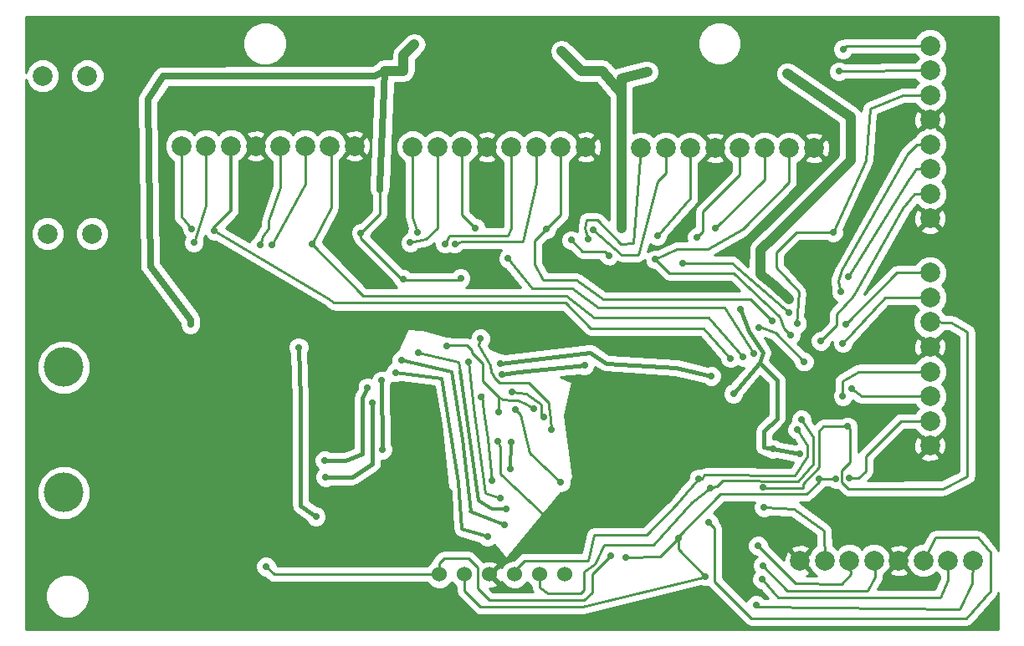
<source format=gbl>
G04 (created by PCBNEW (2013-08-24 BZR 4298)-stable) date Sat 23 Aug 2014 12:07:27 PM PDT*
%MOIN*%
G04 Gerber Fmt 3.4, Leading zero omitted, Abs format*
%FSLAX34Y34*%
G01*
G70*
G90*
G04 APERTURE LIST*
%ADD10C,0.005906*%
%ADD11C,0.078700*%
%ADD12C,0.023622*%
%ADD13R,0.098400X0.098400*%
%ADD14C,0.078740*%
%ADD15C,0.060000*%
%ADD16C,0.011811*%
%ADD17R,0.078740X0.035433*%
%ADD18R,0.035433X0.078740*%
%ADD19C,0.157480*%
%ADD20C,0.027559*%
%ADD21C,0.009843*%
%ADD22C,0.039370*%
%ADD23C,0.015748*%
%ADD24C,0.027559*%
%ADD25C,0.019685*%
%ADD26C,0.011811*%
%ADD27C,0.010000*%
G04 APERTURE END LIST*
G54D10*
G54D11*
X36811Y-28070D03*
X35039Y-28070D03*
G54D12*
X50003Y-35208D03*
X49703Y-34908D03*
X49703Y-35508D03*
X50303Y-34908D03*
X50303Y-35508D03*
G54D13*
X50003Y-35208D03*
G54D14*
X44311Y-24566D03*
X45295Y-24566D03*
X41358Y-24566D03*
X40374Y-24566D03*
X42342Y-24566D03*
X43326Y-24566D03*
X47263Y-24566D03*
X46279Y-24566D03*
X67972Y-41102D03*
X66988Y-41102D03*
X70925Y-41102D03*
X71909Y-41102D03*
X69940Y-41102D03*
X68956Y-41102D03*
X65019Y-41102D03*
X66003Y-41102D03*
X70196Y-33562D03*
X70196Y-34547D03*
X70196Y-30610D03*
X70196Y-29625D03*
X70196Y-31594D03*
X70196Y-32578D03*
X70196Y-36515D03*
X70196Y-35531D03*
X70196Y-24507D03*
X70196Y-25492D03*
X70196Y-21555D03*
X70196Y-20570D03*
X70196Y-22539D03*
X70196Y-23523D03*
X70196Y-27460D03*
X70196Y-26476D03*
X53523Y-24606D03*
X54507Y-24606D03*
X50570Y-24606D03*
X49586Y-24606D03*
X51555Y-24606D03*
X52539Y-24606D03*
X56476Y-24606D03*
X55492Y-24606D03*
X62618Y-24645D03*
X63602Y-24645D03*
X59665Y-24645D03*
X58681Y-24645D03*
X60649Y-24645D03*
X61633Y-24645D03*
X65570Y-24645D03*
X64586Y-24645D03*
G54D11*
X36614Y-21771D03*
X34842Y-21771D03*
G54D15*
X54641Y-41657D03*
X55641Y-41659D03*
X50649Y-41657D03*
X51649Y-41659D03*
X53645Y-41659D03*
X52645Y-41657D03*
G54D16*
X43031Y-29921D03*
G54D17*
X43031Y-29921D03*
G54D16*
X42755Y-29921D03*
X43307Y-29921D03*
X56594Y-29291D03*
G54D17*
X56594Y-29291D03*
G54D16*
X56318Y-29291D03*
X56870Y-29291D03*
X66102Y-33858D03*
G54D18*
X66102Y-33858D03*
G54D16*
X66102Y-33582D03*
X66102Y-34133D03*
X65413Y-29980D03*
G54D18*
X65413Y-29980D03*
G54D16*
X65413Y-29704D03*
X65413Y-30255D03*
X62129Y-41169D03*
G54D18*
X62129Y-41169D03*
G54D16*
X62129Y-40893D03*
X62129Y-41444D03*
X50393Y-29212D03*
G54D17*
X50393Y-29212D03*
G54D16*
X50118Y-29212D03*
X50669Y-29212D03*
G54D19*
X35681Y-38389D03*
X35681Y-33389D03*
G54D20*
X47519Y-28031D03*
X49212Y-29881D03*
X58070Y-40984D03*
X50944Y-32559D03*
X61244Y-41728D03*
X60165Y-40220D03*
X65763Y-37854D03*
X66444Y-37850D03*
X64015Y-28169D03*
X64586Y-30688D03*
X63503Y-29744D03*
X64507Y-21673D03*
X58937Y-21614D03*
X57952Y-27893D03*
X49645Y-20511D03*
X55511Y-20787D03*
X51496Y-29842D03*
X63937Y-36653D03*
X54409Y-35039D03*
X65000Y-36840D03*
X40728Y-31673D03*
X53011Y-35177D03*
X62362Y-34448D03*
X62637Y-31062D03*
X48334Y-33925D03*
X48385Y-36673D03*
X53070Y-33228D03*
X61476Y-33740D03*
X56427Y-33326D03*
X53149Y-33661D03*
X53070Y-38622D03*
X51811Y-33188D03*
X53661Y-35078D03*
X55472Y-37992D03*
X49409Y-38031D03*
X43425Y-42086D03*
X52992Y-36338D03*
X61338Y-42677D03*
X62062Y-40181D03*
X66160Y-32776D03*
X65472Y-29074D03*
X55452Y-29192D03*
X41299Y-20354D03*
X49212Y-29291D03*
X58503Y-30118D03*
X41968Y-29881D03*
X35590Y-24842D03*
X54015Y-32362D03*
X62933Y-36692D03*
X60393Y-32322D03*
X63070Y-34527D03*
X58681Y-39232D03*
X50196Y-40413D03*
X47755Y-32165D03*
X46889Y-36141D03*
X39133Y-31850D03*
X46082Y-33700D03*
X44901Y-39448D03*
X40787Y-27874D03*
X40866Y-28425D03*
X43503Y-28503D03*
X43976Y-28503D03*
X63267Y-42874D03*
X63503Y-41850D03*
X63543Y-41299D03*
X63346Y-40511D03*
X49763Y-28011D03*
X49488Y-28425D03*
X50866Y-28464D03*
X51259Y-28464D03*
X56574Y-28287D03*
X56791Y-27913D03*
X60905Y-28208D03*
X61653Y-27854D03*
X66732Y-20708D03*
X66574Y-21594D03*
X66653Y-30393D03*
X66929Y-29763D03*
X66838Y-31681D03*
X66724Y-32433D03*
X66724Y-34539D03*
X67066Y-34236D03*
X52755Y-37913D03*
X52322Y-34566D03*
X52559Y-40157D03*
X48897Y-33602D03*
X53228Y-39685D03*
X49133Y-33110D03*
X53307Y-39055D03*
X49803Y-32795D03*
X45728Y-39350D03*
X45039Y-32598D03*
X53464Y-37440D03*
X53503Y-36377D03*
X61456Y-38208D03*
X65070Y-35484D03*
X60984Y-37834D03*
X64905Y-35885D03*
X64566Y-31220D03*
X60354Y-29232D03*
X59330Y-28149D03*
X63917Y-31558D03*
X54921Y-27874D03*
X63188Y-32854D03*
X53385Y-29055D03*
X52086Y-27834D03*
X62755Y-32972D03*
X45590Y-28464D03*
X62244Y-33031D03*
X41692Y-27952D03*
X63582Y-38976D03*
X61381Y-39570D03*
X66978Y-37824D03*
X63543Y-38183D03*
X66909Y-35757D03*
X65846Y-32342D03*
X64901Y-31653D03*
X66338Y-28011D03*
X64645Y-32106D03*
X59251Y-29094D03*
X52283Y-32244D03*
X55118Y-35866D03*
X63385Y-31811D03*
X65177Y-33169D03*
X47783Y-34196D03*
X46074Y-37110D03*
X47984Y-34826D03*
X46114Y-37771D03*
X55905Y-28326D03*
X57401Y-28937D03*
X53543Y-34370D03*
X54803Y-35393D03*
X43740Y-41338D03*
X57480Y-40905D03*
G54D21*
X49192Y-29901D02*
X49212Y-29881D01*
X51649Y-42318D02*
X51649Y-41659D01*
X52283Y-42952D02*
X51649Y-42318D01*
X56338Y-42952D02*
X52283Y-42952D01*
X61259Y-41732D02*
X56338Y-42952D01*
X58070Y-40984D02*
X59444Y-40940D01*
X59444Y-40940D02*
X60165Y-40220D01*
X53011Y-34586D02*
X52716Y-34291D01*
X51929Y-32795D02*
X52362Y-33228D01*
X52362Y-33228D02*
X52362Y-33937D01*
X52362Y-33937D02*
X52716Y-34291D01*
X51732Y-32519D02*
X51929Y-32716D01*
X50984Y-32519D02*
X51732Y-32519D01*
X50944Y-32559D02*
X50984Y-32519D01*
X51929Y-32716D02*
X51929Y-32795D01*
X60165Y-40649D02*
X60165Y-40220D01*
X61244Y-41728D02*
X60165Y-40649D01*
X65763Y-37854D02*
X65763Y-37976D01*
X60165Y-40145D02*
X60165Y-40220D01*
X61858Y-38452D02*
X60165Y-40145D01*
X65287Y-38452D02*
X61858Y-38452D01*
X65763Y-37976D02*
X65287Y-38452D01*
X65906Y-37844D02*
X66444Y-37850D01*
X65906Y-37844D02*
X65763Y-37854D01*
G54D22*
X63996Y-30157D02*
X63503Y-29744D01*
X64586Y-30688D02*
X63996Y-30157D01*
X64507Y-21673D02*
X67027Y-23405D01*
X67027Y-23405D02*
X67027Y-24881D01*
X67027Y-25157D02*
X67027Y-24881D01*
X63444Y-28700D02*
X64015Y-28169D01*
X64015Y-28169D02*
X67027Y-25157D01*
X63437Y-29677D02*
X63444Y-28700D01*
G54D23*
X63437Y-29677D02*
X63503Y-29744D01*
G54D22*
X57893Y-22480D02*
X57893Y-21870D01*
X57893Y-21870D02*
X58937Y-21614D01*
X57144Y-21573D02*
X56297Y-21573D01*
G54D21*
X57952Y-27893D02*
X57893Y-27992D01*
X57893Y-27992D02*
X57893Y-27854D01*
G54D22*
X48464Y-21573D02*
X49212Y-21573D01*
X57893Y-22480D02*
X57893Y-27854D01*
X57144Y-21573D02*
X57893Y-22480D01*
X49212Y-20944D02*
X49212Y-21573D01*
X49645Y-20511D02*
X49212Y-20944D01*
X56297Y-21573D02*
X55511Y-20787D01*
G54D21*
X47519Y-28228D02*
X47519Y-28031D01*
X49212Y-29921D02*
X49192Y-29901D01*
X49192Y-29901D02*
X47519Y-28228D01*
X51417Y-29921D02*
X49212Y-29921D01*
X51496Y-29842D02*
X51417Y-29921D01*
X48275Y-26140D02*
X48275Y-27276D01*
X48275Y-27276D02*
X47519Y-28031D01*
X53011Y-35177D02*
X53011Y-34586D01*
X54078Y-34841D02*
X54409Y-35039D01*
X53781Y-34724D02*
X54078Y-34841D01*
X53543Y-34724D02*
X53781Y-34724D01*
X53192Y-34689D02*
X53543Y-34724D01*
X53011Y-34586D02*
X53192Y-34689D01*
G54D23*
X63582Y-36574D02*
X63582Y-35944D01*
G54D21*
X63396Y-33200D02*
X63396Y-33200D01*
G54D23*
X64094Y-33897D02*
X63396Y-33200D01*
X64094Y-35433D02*
X64094Y-33897D01*
X63582Y-35944D02*
X64094Y-35433D01*
X63937Y-36653D02*
X65000Y-36840D01*
X63582Y-36574D02*
X63937Y-36653D01*
G54D24*
X48464Y-21565D02*
X48464Y-21573D01*
X39133Y-29370D02*
X39027Y-22714D01*
X40728Y-31496D02*
X39133Y-29370D01*
X48070Y-21771D02*
X48464Y-21565D01*
X39630Y-21786D02*
X48070Y-21771D01*
X39027Y-22714D02*
X39630Y-21786D01*
X40728Y-31673D02*
X40728Y-31496D01*
X48464Y-21573D02*
X48275Y-26140D01*
X48275Y-26140D02*
X48267Y-26299D01*
G54D23*
X63396Y-33200D02*
X62362Y-34448D01*
X62637Y-31062D02*
X62992Y-31948D01*
X63543Y-32814D02*
X63396Y-33200D01*
X63543Y-32814D02*
X62992Y-31948D01*
X48334Y-33925D02*
X48385Y-36673D01*
X61476Y-33740D02*
X60078Y-33405D01*
X60078Y-33405D02*
X57303Y-33228D01*
X57303Y-33228D02*
X56653Y-32795D01*
X56653Y-32795D02*
X53070Y-33228D01*
X53149Y-33661D02*
X53818Y-33582D01*
X53818Y-33582D02*
X56427Y-33326D01*
G54D21*
X53070Y-38622D02*
X52480Y-38425D01*
X52480Y-38425D02*
X52007Y-35000D01*
X52007Y-35000D02*
X51811Y-33188D01*
X55472Y-37992D02*
X54251Y-36811D01*
X54251Y-36811D02*
X53877Y-35275D01*
X53877Y-35275D02*
X53661Y-35078D01*
X53070Y-37637D02*
X55354Y-39763D01*
X53070Y-36574D02*
X53070Y-37637D01*
X52992Y-36338D02*
X53070Y-36574D01*
X54015Y-32362D02*
X54015Y-32381D01*
X58681Y-39232D02*
X58681Y-39222D01*
G54D25*
X47755Y-32165D02*
X47755Y-32125D01*
G54D24*
X46889Y-36141D02*
X46889Y-36153D01*
G54D21*
X40374Y-27381D02*
X40374Y-24566D01*
X40787Y-27874D02*
X40374Y-27381D01*
X41358Y-26948D02*
X41358Y-24566D01*
X40866Y-28425D02*
X41358Y-26948D01*
X44311Y-26200D02*
X44311Y-24566D01*
X43858Y-27559D02*
X44311Y-26200D01*
X43858Y-27834D02*
X43858Y-27559D01*
X43622Y-28188D02*
X43858Y-27834D01*
X43503Y-28503D02*
X43622Y-28188D01*
X45295Y-26082D02*
X45295Y-24566D01*
X43976Y-28503D02*
X45295Y-26082D01*
X63267Y-42874D02*
X63346Y-42952D01*
X63346Y-42952D02*
X71377Y-43031D01*
X71377Y-43031D02*
X71889Y-42007D01*
X71909Y-41102D02*
X71889Y-42007D01*
X70925Y-41889D02*
X70925Y-41102D01*
X70602Y-42586D02*
X70925Y-41889D01*
X64149Y-42586D02*
X70602Y-42586D01*
X63503Y-41850D02*
X64149Y-42586D01*
X68011Y-41751D02*
X67972Y-41102D01*
X67708Y-42303D02*
X68011Y-41751D01*
X64519Y-42303D02*
X67708Y-42303D01*
X63543Y-41299D02*
X64519Y-42303D01*
X67047Y-41653D02*
X66988Y-41102D01*
X66673Y-42047D02*
X67047Y-41653D01*
X64834Y-42027D02*
X66673Y-42047D01*
X63346Y-40511D02*
X64834Y-42027D01*
X49586Y-24606D02*
X49586Y-27421D01*
X49586Y-27421D02*
X49763Y-28011D01*
X50570Y-27854D02*
X50570Y-24606D01*
X49488Y-28425D02*
X50118Y-28279D01*
X50118Y-28279D02*
X50570Y-27854D01*
X53523Y-25610D02*
X53523Y-24606D01*
X53523Y-27834D02*
X53523Y-25610D01*
X53385Y-28129D02*
X53523Y-27834D01*
X51043Y-28129D02*
X53385Y-28129D01*
X50905Y-28425D02*
X51043Y-28129D01*
X50866Y-28464D02*
X50905Y-28425D01*
X54507Y-26043D02*
X54507Y-24606D01*
X53976Y-28385D02*
X54507Y-26043D01*
X51535Y-28385D02*
X53976Y-28385D01*
X51259Y-28464D02*
X51535Y-28385D01*
X58366Y-28444D02*
X58681Y-24645D01*
X56515Y-27519D02*
X56948Y-27519D01*
X56948Y-27519D02*
X57874Y-28484D01*
X57874Y-28484D02*
X58366Y-28444D01*
X56456Y-27854D02*
X56515Y-27519D01*
X56574Y-28287D02*
X56456Y-27854D01*
X59665Y-25649D02*
X59665Y-24645D01*
X59350Y-25964D02*
X59665Y-25649D01*
X58582Y-28897D02*
X59350Y-25964D01*
X56791Y-27913D02*
X57893Y-28897D01*
X57893Y-28897D02*
X58582Y-28897D01*
X62618Y-25708D02*
X62618Y-24645D01*
X61141Y-27185D02*
X62618Y-25708D01*
X61141Y-27972D02*
X61141Y-27185D01*
X60905Y-28208D02*
X61141Y-27972D01*
X63602Y-25905D02*
X63602Y-24645D01*
X61653Y-27854D02*
X63602Y-25905D01*
X66870Y-20570D02*
X70196Y-20570D01*
X66732Y-20708D02*
X66870Y-20570D01*
X66574Y-21594D02*
X70196Y-21555D01*
X69212Y-25039D02*
X69311Y-24862D01*
X66574Y-30137D02*
X66535Y-29960D01*
X66535Y-29960D02*
X66692Y-29527D01*
X66692Y-29527D02*
X69212Y-25039D01*
X66653Y-30393D02*
X66574Y-30137D01*
X69665Y-24507D02*
X70196Y-24507D01*
X69311Y-24862D02*
X69665Y-24507D01*
X69350Y-25905D02*
X69429Y-25787D01*
X66929Y-29763D02*
X69350Y-25905D01*
X69645Y-25492D02*
X70196Y-25492D01*
X69429Y-25787D02*
X69645Y-25492D01*
X68868Y-29625D02*
X70196Y-29625D01*
X66838Y-31681D02*
X68868Y-29625D01*
X68395Y-30610D02*
X70196Y-30610D01*
X66724Y-32433D02*
X68395Y-30610D01*
X67342Y-33562D02*
X70196Y-33562D01*
X66698Y-33954D02*
X67342Y-33562D01*
X66698Y-34220D02*
X66698Y-33954D01*
X66724Y-34539D02*
X66698Y-34220D01*
X67460Y-34547D02*
X70196Y-34547D01*
X67066Y-34236D02*
X67460Y-34547D01*
G54D23*
X52322Y-34566D02*
X52326Y-34522D01*
G54D21*
X52326Y-34522D02*
X52401Y-35157D01*
X52401Y-35157D02*
X52578Y-36259D01*
X52578Y-36259D02*
X52755Y-37913D01*
G54D26*
X52559Y-40157D02*
X51536Y-39842D01*
X51536Y-39842D02*
X51421Y-37964D01*
X51421Y-37964D02*
X50748Y-33838D01*
X50748Y-33838D02*
X48897Y-33602D01*
X53228Y-39685D02*
X51889Y-39133D01*
X51909Y-39153D02*
X51562Y-36283D01*
X51141Y-33562D02*
X49133Y-33110D01*
X51562Y-36283D02*
X51141Y-33562D01*
X53307Y-39055D02*
X52755Y-39055D01*
X52755Y-39055D02*
X52204Y-38700D01*
X52204Y-38700D02*
X51484Y-33551D01*
G54D21*
X51419Y-33162D02*
X49803Y-32795D01*
X51484Y-33551D02*
X51419Y-33162D01*
X45728Y-39350D02*
X45685Y-39307D01*
G54D23*
X45122Y-38917D02*
X45122Y-34657D01*
X45685Y-39307D02*
X45122Y-38917D01*
X45122Y-34657D02*
X45039Y-32598D01*
G54D26*
X53464Y-37440D02*
X53503Y-36377D01*
G54D21*
X54641Y-41657D02*
X54641Y-42161D01*
X60708Y-38779D02*
X61456Y-38208D01*
X59173Y-40472D02*
X60708Y-38779D01*
X57204Y-40472D02*
X59173Y-40472D01*
X56850Y-41259D02*
X57204Y-40472D01*
X56417Y-41535D02*
X56850Y-41259D01*
X56259Y-42421D02*
X56417Y-42283D01*
X56417Y-42283D02*
X56417Y-41535D01*
X54960Y-42421D02*
X56259Y-42421D01*
X54641Y-42161D02*
X54960Y-42421D01*
X65070Y-35484D02*
X65541Y-36190D01*
X65541Y-36190D02*
X65541Y-37234D01*
X65541Y-37234D02*
X64940Y-37938D01*
X64940Y-37938D02*
X61948Y-37913D01*
X61948Y-37913D02*
X61712Y-38149D01*
X61515Y-38188D02*
X61712Y-38149D01*
X61456Y-38208D02*
X61515Y-38188D01*
X60984Y-37834D02*
X60708Y-38149D01*
X53645Y-41511D02*
X53645Y-41659D01*
X54055Y-41102D02*
X53645Y-41511D01*
X56574Y-41102D02*
X54055Y-41102D01*
X56811Y-40078D02*
X56574Y-41102D01*
X58897Y-40078D02*
X56811Y-40078D01*
X60118Y-38858D02*
X58897Y-40078D01*
X60472Y-38425D02*
X60118Y-38858D01*
X60708Y-38149D02*
X60472Y-38425D01*
X65295Y-36496D02*
X64905Y-35885D01*
X65295Y-36948D02*
X65295Y-36496D01*
X64818Y-37704D02*
X65295Y-36948D01*
X61106Y-37850D02*
X61220Y-37693D01*
X61220Y-37693D02*
X64818Y-37704D01*
X60984Y-37834D02*
X61106Y-37850D01*
X62294Y-29232D02*
X60354Y-29232D01*
X62294Y-29232D02*
X64566Y-31220D01*
X60649Y-26653D02*
X60649Y-24645D01*
X59330Y-28149D02*
X60649Y-26653D01*
X54921Y-27874D02*
X54448Y-28346D01*
X54448Y-29291D02*
X54448Y-28346D01*
X54763Y-29921D02*
X54448Y-29291D01*
X56102Y-29921D02*
X54763Y-29921D01*
X57165Y-30669D02*
X56102Y-29921D01*
X63028Y-30669D02*
X57165Y-30669D01*
X63028Y-30669D02*
X63917Y-31558D01*
X55492Y-27303D02*
X55492Y-24606D01*
X54921Y-27874D02*
X55492Y-27303D01*
X55944Y-30236D02*
X54330Y-30236D01*
X56968Y-31023D02*
X55944Y-30236D01*
X58346Y-31023D02*
X56968Y-31023D01*
X62007Y-31023D02*
X58346Y-31023D01*
X63188Y-32854D02*
X62007Y-31023D01*
X53385Y-29055D02*
X53385Y-29055D01*
X54330Y-30236D02*
X53385Y-29055D01*
X51555Y-24606D02*
X51555Y-27303D01*
X51555Y-27303D02*
X52086Y-27834D01*
X62755Y-32972D02*
X61377Y-31417D01*
X61377Y-31417D02*
X56811Y-31417D01*
X56811Y-31417D02*
X55708Y-30551D01*
X55708Y-30551D02*
X47598Y-30551D01*
X47598Y-30551D02*
X45590Y-28464D01*
X45590Y-28464D02*
X46338Y-27007D01*
X46338Y-24625D02*
X46279Y-24566D01*
X46338Y-27007D02*
X46338Y-24625D01*
G54D26*
X41692Y-27952D02*
X41692Y-27795D01*
X42342Y-27145D02*
X42342Y-24566D01*
X41692Y-27795D02*
X42342Y-27145D01*
G54D21*
X46220Y-30629D02*
X41692Y-27952D01*
X46456Y-30826D02*
X46220Y-30629D01*
X55669Y-30826D02*
X46456Y-30826D01*
X56692Y-31850D02*
X55669Y-30826D01*
X61181Y-31850D02*
X56692Y-31850D01*
X62244Y-33031D02*
X61181Y-31850D01*
X65984Y-39921D02*
X66003Y-41102D01*
X63582Y-38976D02*
X63598Y-38992D01*
X63598Y-38992D02*
X64763Y-39035D01*
X64763Y-39035D02*
X65984Y-39921D01*
X70404Y-40194D02*
X72103Y-40194D01*
X61614Y-39803D02*
X61381Y-39570D01*
X61614Y-41929D02*
X61614Y-39803D01*
X63090Y-43405D02*
X61614Y-41929D01*
X71653Y-43405D02*
X63090Y-43405D01*
X72598Y-42322D02*
X71653Y-43405D01*
X72598Y-40787D02*
X72598Y-42322D01*
X72103Y-40194D02*
X72598Y-40787D01*
X70404Y-40194D02*
X69940Y-41102D01*
X70196Y-35531D02*
X69045Y-35531D01*
X67332Y-37824D02*
X66978Y-37824D01*
X67627Y-37529D02*
X67332Y-37824D01*
X67627Y-36948D02*
X67627Y-37529D01*
X69045Y-35531D02*
X67627Y-36948D01*
X65145Y-38200D02*
X65145Y-38035D01*
X65145Y-38035D02*
X65787Y-37393D01*
X65787Y-37393D02*
X65787Y-35929D01*
X65787Y-35929D02*
X65958Y-35757D01*
X65958Y-35757D02*
X66909Y-35757D01*
X63560Y-38200D02*
X65145Y-38200D01*
X63543Y-38183D02*
X63560Y-38200D01*
X71043Y-31614D02*
X70196Y-31594D01*
X71692Y-31988D02*
X71043Y-31614D01*
X71692Y-37755D02*
X71692Y-35826D01*
X71692Y-35826D02*
X71692Y-31988D01*
X70708Y-38228D02*
X71692Y-37755D01*
X66948Y-38248D02*
X70708Y-38228D01*
X66683Y-37982D02*
X66948Y-38248D01*
X66683Y-37509D02*
X66683Y-37982D01*
X67017Y-37175D02*
X66683Y-37509D01*
X67017Y-35866D02*
X67017Y-37175D01*
X66909Y-35757D02*
X67017Y-35866D01*
X70196Y-26476D02*
X69566Y-26476D01*
X69114Y-27047D02*
X69566Y-26476D01*
X67145Y-30531D02*
X69114Y-27047D01*
X66476Y-31279D02*
X67145Y-30531D01*
X66476Y-31712D02*
X66476Y-31279D01*
X66476Y-31712D02*
X65846Y-32342D01*
X64862Y-28011D02*
X66338Y-28011D01*
X64074Y-28799D02*
X64862Y-28011D01*
X64074Y-29409D02*
X64074Y-28799D01*
X64960Y-30393D02*
X64074Y-29409D01*
X64862Y-31692D02*
X64960Y-30393D01*
X64901Y-31653D02*
X64862Y-31692D01*
X69114Y-22539D02*
X70196Y-22539D01*
X67795Y-23090D02*
X69114Y-22539D01*
X67627Y-25153D02*
X67795Y-23090D01*
X66338Y-28011D02*
X67627Y-25153D01*
X59803Y-29645D02*
X59251Y-29094D01*
X62381Y-29645D02*
X59803Y-29645D01*
X64212Y-31377D02*
X62381Y-29645D01*
X64370Y-31830D02*
X64212Y-31377D01*
X64645Y-32106D02*
X64370Y-31830D01*
X64586Y-26023D02*
X64586Y-24645D01*
X59251Y-29094D02*
X60118Y-28681D01*
X60118Y-28681D02*
X61358Y-28661D01*
X61358Y-28661D02*
X62736Y-27874D01*
X62736Y-27874D02*
X64586Y-26023D01*
X52224Y-32500D02*
X52283Y-32244D01*
X52677Y-33307D02*
X52224Y-32500D01*
X52716Y-33582D02*
X52677Y-33307D01*
X52874Y-33858D02*
X52716Y-33582D01*
X53051Y-34015D02*
X52874Y-33858D01*
X54212Y-34015D02*
X53051Y-34015D01*
X55000Y-34803D02*
X54212Y-34015D01*
X55000Y-34960D02*
X55000Y-34803D01*
X55039Y-35196D02*
X55000Y-34960D01*
X55078Y-35433D02*
X55039Y-35196D01*
X55118Y-35866D02*
X55078Y-35433D01*
X63385Y-31811D02*
X63405Y-31791D01*
X63405Y-31791D02*
X64035Y-32027D01*
X64035Y-32027D02*
X65177Y-33169D01*
G54D23*
X46905Y-37110D02*
X46074Y-37110D01*
X47586Y-36850D02*
X46905Y-37110D01*
X47586Y-34598D02*
X47586Y-36850D01*
X47783Y-34196D02*
X47586Y-34598D01*
X47173Y-37771D02*
X46114Y-37771D01*
X47988Y-37228D02*
X47173Y-37771D01*
X47968Y-34842D02*
X47988Y-37228D01*
G54D21*
X47984Y-34826D02*
X47968Y-34842D01*
X56358Y-28779D02*
X55905Y-28326D01*
X57244Y-28779D02*
X56358Y-28779D01*
X57401Y-28937D02*
X57244Y-28779D01*
X54094Y-34448D02*
X53543Y-34370D01*
X54803Y-35393D02*
X54724Y-35314D01*
X54724Y-35314D02*
X54724Y-34881D01*
X54724Y-34881D02*
X54094Y-34448D01*
X53543Y-34370D02*
X53543Y-34370D01*
X50649Y-41657D02*
X44059Y-41657D01*
X44059Y-41657D02*
X43740Y-41338D01*
X50649Y-41200D02*
X50649Y-41657D01*
X50826Y-41023D02*
X50649Y-41200D01*
X51811Y-41023D02*
X50826Y-41023D01*
X52165Y-41377D02*
X51811Y-41023D01*
X52165Y-42204D02*
X52165Y-41377D01*
X52637Y-42677D02*
X52165Y-42204D01*
X56417Y-42677D02*
X52637Y-42677D01*
X56732Y-42362D02*
X56417Y-42677D01*
X56732Y-41653D02*
X56732Y-42362D01*
X57480Y-40905D02*
X56732Y-41653D01*
G54D10*
G36*
X65672Y-41701D02*
X65277Y-41696D01*
X65363Y-41661D01*
X65402Y-41556D01*
X65019Y-41173D01*
X65014Y-41178D01*
X64943Y-41107D01*
X64948Y-41102D01*
X64565Y-40719D01*
X64460Y-40758D01*
X64371Y-40998D01*
X64374Y-41080D01*
X63770Y-40464D01*
X63770Y-40427D01*
X63706Y-40271D01*
X63586Y-40152D01*
X63431Y-40087D01*
X63262Y-40087D01*
X63106Y-40152D01*
X62987Y-40271D01*
X62922Y-40427D01*
X62922Y-40595D01*
X62986Y-40751D01*
X63105Y-40871D01*
X63261Y-40935D01*
X63292Y-40935D01*
X63299Y-40943D01*
X63184Y-41058D01*
X63119Y-41214D01*
X63119Y-41383D01*
X63183Y-41539D01*
X63199Y-41555D01*
X63144Y-41609D01*
X63079Y-41765D01*
X63079Y-41934D01*
X63144Y-42090D01*
X63263Y-42209D01*
X63419Y-42274D01*
X63429Y-42274D01*
X63733Y-42621D01*
X63613Y-42619D01*
X63508Y-42514D01*
X63352Y-42450D01*
X63183Y-42449D01*
X63027Y-42514D01*
X62908Y-42633D01*
X62874Y-42715D01*
X61949Y-41790D01*
X61949Y-39803D01*
X61924Y-39674D01*
X61851Y-39565D01*
X61805Y-39520D01*
X61805Y-39486D01*
X61741Y-39330D01*
X61622Y-39211D01*
X61588Y-39197D01*
X61997Y-38788D01*
X63201Y-38788D01*
X63158Y-38891D01*
X63158Y-39060D01*
X63223Y-39216D01*
X63342Y-39335D01*
X63497Y-39400D01*
X63666Y-39400D01*
X63822Y-39336D01*
X64649Y-39366D01*
X65651Y-40094D01*
X65658Y-40509D01*
X65619Y-40525D01*
X65427Y-40716D01*
X65402Y-40777D01*
X65402Y-40648D01*
X65363Y-40543D01*
X65123Y-40454D01*
X64867Y-40463D01*
X64675Y-40543D01*
X64636Y-40648D01*
X65019Y-41031D01*
X65402Y-40648D01*
X65402Y-40777D01*
X65393Y-40799D01*
X65090Y-41102D01*
X65393Y-41405D01*
X65427Y-41487D01*
X65618Y-41678D01*
X65672Y-41701D01*
X65672Y-41701D01*
G37*
G54D27*
X65672Y-41701D02*
X65277Y-41696D01*
X65363Y-41661D01*
X65402Y-41556D01*
X65019Y-41173D01*
X65014Y-41178D01*
X64943Y-41107D01*
X64948Y-41102D01*
X64565Y-40719D01*
X64460Y-40758D01*
X64371Y-40998D01*
X64374Y-41080D01*
X63770Y-40464D01*
X63770Y-40427D01*
X63706Y-40271D01*
X63586Y-40152D01*
X63431Y-40087D01*
X63262Y-40087D01*
X63106Y-40152D01*
X62987Y-40271D01*
X62922Y-40427D01*
X62922Y-40595D01*
X62986Y-40751D01*
X63105Y-40871D01*
X63261Y-40935D01*
X63292Y-40935D01*
X63299Y-40943D01*
X63184Y-41058D01*
X63119Y-41214D01*
X63119Y-41383D01*
X63183Y-41539D01*
X63199Y-41555D01*
X63144Y-41609D01*
X63079Y-41765D01*
X63079Y-41934D01*
X63144Y-42090D01*
X63263Y-42209D01*
X63419Y-42274D01*
X63429Y-42274D01*
X63733Y-42621D01*
X63613Y-42619D01*
X63508Y-42514D01*
X63352Y-42450D01*
X63183Y-42449D01*
X63027Y-42514D01*
X62908Y-42633D01*
X62874Y-42715D01*
X61949Y-41790D01*
X61949Y-39803D01*
X61924Y-39674D01*
X61851Y-39565D01*
X61805Y-39520D01*
X61805Y-39486D01*
X61741Y-39330D01*
X61622Y-39211D01*
X61588Y-39197D01*
X61997Y-38788D01*
X63201Y-38788D01*
X63158Y-38891D01*
X63158Y-39060D01*
X63223Y-39216D01*
X63342Y-39335D01*
X63497Y-39400D01*
X63666Y-39400D01*
X63822Y-39336D01*
X64649Y-39366D01*
X65651Y-40094D01*
X65658Y-40509D01*
X65619Y-40525D01*
X65427Y-40716D01*
X65402Y-40777D01*
X65402Y-40648D01*
X65363Y-40543D01*
X65123Y-40454D01*
X64867Y-40463D01*
X64675Y-40543D01*
X64636Y-40648D01*
X65019Y-41031D01*
X65402Y-40648D01*
X65402Y-40777D01*
X65393Y-40799D01*
X65090Y-41102D01*
X65393Y-41405D01*
X65427Y-41487D01*
X65618Y-41678D01*
X65672Y-41701D01*
G54D10*
G36*
X72922Y-43847D02*
X37491Y-43847D01*
X37491Y-27936D01*
X37387Y-27686D01*
X37294Y-27592D01*
X37294Y-21637D01*
X37191Y-21387D01*
X37000Y-21195D01*
X36750Y-21092D01*
X36479Y-21091D01*
X36229Y-21195D01*
X36038Y-21386D01*
X35934Y-21635D01*
X35934Y-21906D01*
X36037Y-22156D01*
X36228Y-22347D01*
X36478Y-22451D01*
X36749Y-22451D01*
X36999Y-22348D01*
X37190Y-22157D01*
X37294Y-21907D01*
X37294Y-21637D01*
X37294Y-27592D01*
X37196Y-27494D01*
X36947Y-27391D01*
X36676Y-27391D01*
X36426Y-27494D01*
X36235Y-27685D01*
X36131Y-27935D01*
X36131Y-28205D01*
X36234Y-28455D01*
X36425Y-28646D01*
X36675Y-28750D01*
X36945Y-28750D01*
X37195Y-28647D01*
X37387Y-28456D01*
X37490Y-28206D01*
X37491Y-27936D01*
X37491Y-43847D01*
X36754Y-43847D01*
X36754Y-38177D01*
X36754Y-33177D01*
X36591Y-32782D01*
X36290Y-32480D01*
X35895Y-32316D01*
X35719Y-32316D01*
X35719Y-27936D01*
X35615Y-27686D01*
X35424Y-27494D01*
X35175Y-27391D01*
X34904Y-27391D01*
X34654Y-27494D01*
X34463Y-27685D01*
X34359Y-27935D01*
X34359Y-28205D01*
X34462Y-28455D01*
X34653Y-28646D01*
X34903Y-28750D01*
X35173Y-28750D01*
X35423Y-28647D01*
X35615Y-28456D01*
X35718Y-28206D01*
X35719Y-27936D01*
X35719Y-32316D01*
X35468Y-32315D01*
X35073Y-32479D01*
X34771Y-32780D01*
X34607Y-33175D01*
X34607Y-33602D01*
X34770Y-33997D01*
X35072Y-34299D01*
X35466Y-34463D01*
X35893Y-34463D01*
X36288Y-34300D01*
X36590Y-33998D01*
X36754Y-33604D01*
X36754Y-33177D01*
X36754Y-38177D01*
X36591Y-37782D01*
X36290Y-37480D01*
X35895Y-37316D01*
X35468Y-37315D01*
X35073Y-37479D01*
X34771Y-37780D01*
X34607Y-38175D01*
X34607Y-38602D01*
X34770Y-38997D01*
X35072Y-39299D01*
X35466Y-39463D01*
X35893Y-39463D01*
X36288Y-39300D01*
X36590Y-38998D01*
X36754Y-38604D01*
X36754Y-38177D01*
X36754Y-43847D01*
X36703Y-43847D01*
X36703Y-42346D01*
X36570Y-42023D01*
X36324Y-41776D01*
X36001Y-41643D01*
X35653Y-41642D01*
X35330Y-41775D01*
X35083Y-42022D01*
X34950Y-42344D01*
X34949Y-42693D01*
X35083Y-43015D01*
X35329Y-43262D01*
X35651Y-43396D01*
X36000Y-43396D01*
X36322Y-43263D01*
X36569Y-43016D01*
X36703Y-42694D01*
X36703Y-42346D01*
X36703Y-43847D01*
X34164Y-43847D01*
X34164Y-21909D01*
X34265Y-22156D01*
X34456Y-22347D01*
X34706Y-22451D01*
X34977Y-22451D01*
X35227Y-22348D01*
X35418Y-22157D01*
X35522Y-21907D01*
X35522Y-21637D01*
X35419Y-21387D01*
X35228Y-21195D01*
X34978Y-21092D01*
X34707Y-21091D01*
X34457Y-21195D01*
X34266Y-21386D01*
X34164Y-21632D01*
X34164Y-19400D01*
X72922Y-19400D01*
X72922Y-40723D01*
X72918Y-40687D01*
X72911Y-40674D01*
X72908Y-40659D01*
X72880Y-40616D01*
X72856Y-40572D01*
X72361Y-39979D01*
X72349Y-39969D01*
X72340Y-39957D01*
X72298Y-39929D01*
X72259Y-39897D01*
X72244Y-39892D01*
X72232Y-39884D01*
X72182Y-39874D01*
X72134Y-39860D01*
X72118Y-39861D01*
X72103Y-39858D01*
X70404Y-39858D01*
X70353Y-39869D01*
X70301Y-39875D01*
X70289Y-39881D01*
X70276Y-39884D01*
X70232Y-39913D01*
X70187Y-39939D01*
X70178Y-39949D01*
X70167Y-39957D01*
X70138Y-40000D01*
X70106Y-40041D01*
X69911Y-40422D01*
X69806Y-40422D01*
X69556Y-40525D01*
X69364Y-40716D01*
X69339Y-40777D01*
X69339Y-40648D01*
X69300Y-40543D01*
X69060Y-40454D01*
X68804Y-40463D01*
X68612Y-40543D01*
X68573Y-40648D01*
X68956Y-41031D01*
X69339Y-40648D01*
X69339Y-40777D01*
X69330Y-40799D01*
X69027Y-41102D01*
X69330Y-41405D01*
X69364Y-41487D01*
X69555Y-41678D01*
X69805Y-41782D01*
X70075Y-41782D01*
X70325Y-41679D01*
X70433Y-41571D01*
X70539Y-41678D01*
X70589Y-41699D01*
X70589Y-41815D01*
X70388Y-42251D01*
X69339Y-42251D01*
X69339Y-41556D01*
X68956Y-41173D01*
X68573Y-41556D01*
X68612Y-41661D01*
X68852Y-41750D01*
X69108Y-41740D01*
X69300Y-41661D01*
X69339Y-41556D01*
X69339Y-42251D01*
X68120Y-42251D01*
X68305Y-41913D01*
X68314Y-41886D01*
X68328Y-41861D01*
X68333Y-41824D01*
X68345Y-41788D01*
X68342Y-41760D01*
X68346Y-41731D01*
X68343Y-41684D01*
X68357Y-41679D01*
X68548Y-41488D01*
X68582Y-41405D01*
X68885Y-41102D01*
X68582Y-40799D01*
X68549Y-40717D01*
X68358Y-40526D01*
X68108Y-40422D01*
X67837Y-40422D01*
X67587Y-40525D01*
X67480Y-40632D01*
X67373Y-40526D01*
X67124Y-40422D01*
X66853Y-40422D01*
X66603Y-40525D01*
X66496Y-40632D01*
X66389Y-40526D01*
X66329Y-40501D01*
X66319Y-39915D01*
X66314Y-39892D01*
X66315Y-39868D01*
X66300Y-39829D01*
X66291Y-39787D01*
X66278Y-39768D01*
X66270Y-39745D01*
X66241Y-39714D01*
X66217Y-39680D01*
X66197Y-39667D01*
X66181Y-39649D01*
X64994Y-38788D01*
X65287Y-38788D01*
X65415Y-38762D01*
X65524Y-38689D01*
X65998Y-38216D01*
X66003Y-38214D01*
X66036Y-38181D01*
X66177Y-38182D01*
X66204Y-38209D01*
X66360Y-38274D01*
X66500Y-38274D01*
X66711Y-38485D01*
X66712Y-38485D01*
X66712Y-38486D01*
X66766Y-38522D01*
X66820Y-38557D01*
X66821Y-38558D01*
X66822Y-38558D01*
X66885Y-38570D01*
X66948Y-38583D01*
X66949Y-38583D01*
X66950Y-38583D01*
X70710Y-38563D01*
X70718Y-38562D01*
X70727Y-38563D01*
X70782Y-38549D01*
X70838Y-38537D01*
X70845Y-38532D01*
X70853Y-38530D01*
X71838Y-38058D01*
X71883Y-38024D01*
X71930Y-37993D01*
X71935Y-37985D01*
X71942Y-37979D01*
X71971Y-37931D01*
X72002Y-37884D01*
X72004Y-37875D01*
X72009Y-37867D01*
X72017Y-37811D01*
X72028Y-37755D01*
X72028Y-35826D01*
X72028Y-31988D01*
X72019Y-31944D01*
X72016Y-31900D01*
X72007Y-31881D01*
X72002Y-31859D01*
X71978Y-31823D01*
X71958Y-31783D01*
X71942Y-31769D01*
X71930Y-31751D01*
X71893Y-31726D01*
X71860Y-31697D01*
X71210Y-31323D01*
X71193Y-31317D01*
X71178Y-31307D01*
X71132Y-31296D01*
X71086Y-31281D01*
X71068Y-31282D01*
X71051Y-31278D01*
X70799Y-31272D01*
X70773Y-31209D01*
X70666Y-31102D01*
X70772Y-30995D01*
X70876Y-30746D01*
X70876Y-30475D01*
X70773Y-30225D01*
X70666Y-30118D01*
X70772Y-30011D01*
X70876Y-29761D01*
X70876Y-29491D01*
X70844Y-29413D01*
X70844Y-27564D01*
X70835Y-27308D01*
X70755Y-27116D01*
X70650Y-27077D01*
X70267Y-27460D01*
X70650Y-27843D01*
X70755Y-27804D01*
X70844Y-27564D01*
X70844Y-29413D01*
X70773Y-29241D01*
X70582Y-29049D01*
X70579Y-29048D01*
X70579Y-27914D01*
X70196Y-27531D01*
X70126Y-27602D01*
X70126Y-27460D01*
X69743Y-27077D01*
X69638Y-27116D01*
X69548Y-27356D01*
X69558Y-27612D01*
X69638Y-27804D01*
X69743Y-27843D01*
X70126Y-27460D01*
X70126Y-27602D01*
X69813Y-27914D01*
X69852Y-28019D01*
X70092Y-28108D01*
X70348Y-28099D01*
X70541Y-28019D01*
X70579Y-27914D01*
X70579Y-29048D01*
X70332Y-28946D01*
X70062Y-28945D01*
X69812Y-29049D01*
X69620Y-29240D01*
X69599Y-29290D01*
X68868Y-29290D01*
X68867Y-29290D01*
X68866Y-29290D01*
X68802Y-29303D01*
X68739Y-29316D01*
X68738Y-29316D01*
X68737Y-29316D01*
X68684Y-29353D01*
X68630Y-29388D01*
X68630Y-29389D01*
X68629Y-29390D01*
X67569Y-30464D01*
X69393Y-27235D01*
X69659Y-26900D01*
X69811Y-27052D01*
X69893Y-27086D01*
X70196Y-27389D01*
X70499Y-27086D01*
X70581Y-27053D01*
X70772Y-26862D01*
X70876Y-26612D01*
X70876Y-26341D01*
X70773Y-26091D01*
X70666Y-25984D01*
X70772Y-25877D01*
X70876Y-25627D01*
X70876Y-25357D01*
X70773Y-25107D01*
X70666Y-24999D01*
X70772Y-24893D01*
X70876Y-24643D01*
X70876Y-24373D01*
X70844Y-24295D01*
X70844Y-23627D01*
X70835Y-23371D01*
X70755Y-23179D01*
X70650Y-23140D01*
X70267Y-23523D01*
X70650Y-23906D01*
X70755Y-23867D01*
X70844Y-23627D01*
X70844Y-24295D01*
X70773Y-24123D01*
X70582Y-23931D01*
X70500Y-23897D01*
X70196Y-23594D01*
X70126Y-23665D01*
X70126Y-23523D01*
X69743Y-23140D01*
X69638Y-23179D01*
X69548Y-23419D01*
X69558Y-23675D01*
X69638Y-23867D01*
X69743Y-23906D01*
X70126Y-23523D01*
X70126Y-23665D01*
X69893Y-23897D01*
X69812Y-23931D01*
X69620Y-24122D01*
X69594Y-24186D01*
X69536Y-24197D01*
X69428Y-24270D01*
X69073Y-24625D01*
X69047Y-24663D01*
X69017Y-24699D01*
X68919Y-24875D01*
X66400Y-29363D01*
X66391Y-29389D01*
X66377Y-29412D01*
X66220Y-29845D01*
X66215Y-29875D01*
X66205Y-29902D01*
X66205Y-29939D01*
X66200Y-29975D01*
X66207Y-30003D01*
X66207Y-30033D01*
X66247Y-30210D01*
X66252Y-30222D01*
X66254Y-30236D01*
X66256Y-30244D01*
X66229Y-30308D01*
X66229Y-30477D01*
X66293Y-30633D01*
X66413Y-30752D01*
X66474Y-30778D01*
X66226Y-31055D01*
X66197Y-31104D01*
X66166Y-31151D01*
X66164Y-31160D01*
X66159Y-31168D01*
X66151Y-31224D01*
X66140Y-31279D01*
X66140Y-31573D01*
X65796Y-31918D01*
X65762Y-31918D01*
X65606Y-31982D01*
X65487Y-32102D01*
X65422Y-32257D01*
X65422Y-32426D01*
X65486Y-32582D01*
X65605Y-32701D01*
X65761Y-32766D01*
X65930Y-32766D01*
X66086Y-32702D01*
X66205Y-32583D01*
X66270Y-32427D01*
X66270Y-32392D01*
X66300Y-32362D01*
X66300Y-32517D01*
X66364Y-32672D01*
X66483Y-32792D01*
X66639Y-32857D01*
X66808Y-32857D01*
X66964Y-32792D01*
X67083Y-32673D01*
X67148Y-32517D01*
X67148Y-32466D01*
X68543Y-30945D01*
X69599Y-30945D01*
X69620Y-30994D01*
X69727Y-31102D01*
X69620Y-31208D01*
X69517Y-31458D01*
X69516Y-31729D01*
X69620Y-31979D01*
X69811Y-32170D01*
X69893Y-32204D01*
X70196Y-32508D01*
X70499Y-32204D01*
X70581Y-32171D01*
X70772Y-31980D01*
X70788Y-31943D01*
X70950Y-31947D01*
X71357Y-32182D01*
X71357Y-35826D01*
X71357Y-37544D01*
X70844Y-37790D01*
X70844Y-36619D01*
X70835Y-36363D01*
X70755Y-36171D01*
X70650Y-36132D01*
X70267Y-36515D01*
X70650Y-36898D01*
X70755Y-36859D01*
X70844Y-36619D01*
X70844Y-37790D01*
X70631Y-37893D01*
X70579Y-37893D01*
X70579Y-36969D01*
X70196Y-36586D01*
X70126Y-36657D01*
X70126Y-36515D01*
X69743Y-36132D01*
X69638Y-36171D01*
X69548Y-36411D01*
X69558Y-36667D01*
X69638Y-36859D01*
X69743Y-36898D01*
X70126Y-36515D01*
X70126Y-36657D01*
X69813Y-36969D01*
X69852Y-37074D01*
X70092Y-37163D01*
X70348Y-37154D01*
X70541Y-37074D01*
X70579Y-36969D01*
X70579Y-37893D01*
X67723Y-37908D01*
X67865Y-37766D01*
X67937Y-37657D01*
X67963Y-37529D01*
X67963Y-37087D01*
X69184Y-35866D01*
X69599Y-35866D01*
X69620Y-35916D01*
X69811Y-36107D01*
X69893Y-36141D01*
X70196Y-36445D01*
X70499Y-36141D01*
X70581Y-36108D01*
X70772Y-35917D01*
X70876Y-35667D01*
X70876Y-35396D01*
X70773Y-35146D01*
X70666Y-35039D01*
X70772Y-34932D01*
X70876Y-34683D01*
X70876Y-34412D01*
X70773Y-34162D01*
X70666Y-34055D01*
X70772Y-33948D01*
X70876Y-33698D01*
X70876Y-33428D01*
X70844Y-33350D01*
X70844Y-32682D01*
X70835Y-32426D01*
X70755Y-32234D01*
X70650Y-32195D01*
X70267Y-32578D01*
X70650Y-32961D01*
X70755Y-32922D01*
X70844Y-32682D01*
X70844Y-33350D01*
X70773Y-33178D01*
X70582Y-32986D01*
X70500Y-32952D01*
X70196Y-32649D01*
X70126Y-32720D01*
X70126Y-32578D01*
X69743Y-32195D01*
X69638Y-32234D01*
X69548Y-32474D01*
X69558Y-32730D01*
X69638Y-32922D01*
X69743Y-32961D01*
X70126Y-32578D01*
X70126Y-32720D01*
X69893Y-32952D01*
X69812Y-32986D01*
X69620Y-33177D01*
X69599Y-33227D01*
X67342Y-33227D01*
X67317Y-33232D01*
X67291Y-33231D01*
X67253Y-33245D01*
X67214Y-33253D01*
X67192Y-33267D01*
X67168Y-33276D01*
X66524Y-33668D01*
X66494Y-33695D01*
X66461Y-33717D01*
X66447Y-33739D01*
X66428Y-33756D01*
X66411Y-33793D01*
X66388Y-33826D01*
X66383Y-33851D01*
X66372Y-33875D01*
X66371Y-33915D01*
X66363Y-33954D01*
X66363Y-34220D01*
X66366Y-34233D01*
X66364Y-34247D01*
X66368Y-34295D01*
X66365Y-34298D01*
X66300Y-34454D01*
X66300Y-34623D01*
X66364Y-34779D01*
X66483Y-34898D01*
X66639Y-34963D01*
X66808Y-34963D01*
X66964Y-34899D01*
X67083Y-34779D01*
X67115Y-34702D01*
X67252Y-34810D01*
X67293Y-34831D01*
X67332Y-34857D01*
X67351Y-34860D01*
X67369Y-34869D01*
X67415Y-34873D01*
X67460Y-34882D01*
X69599Y-34882D01*
X69620Y-34931D01*
X69727Y-35039D01*
X69620Y-35145D01*
X69599Y-35196D01*
X69045Y-35196D01*
X68916Y-35221D01*
X68808Y-35294D01*
X67390Y-36711D01*
X67353Y-36767D01*
X67353Y-35866D01*
X67333Y-35767D01*
X67333Y-35673D01*
X67269Y-35518D01*
X67149Y-35398D01*
X66994Y-35333D01*
X66825Y-35333D01*
X66669Y-35398D01*
X66645Y-35422D01*
X65958Y-35422D01*
X65830Y-35447D01*
X65721Y-35520D01*
X65587Y-35654D01*
X65494Y-35515D01*
X65494Y-35400D01*
X65430Y-35244D01*
X65311Y-35124D01*
X65155Y-35060D01*
X64986Y-35060D01*
X64830Y-35124D01*
X64711Y-35243D01*
X64646Y-35399D01*
X64646Y-35544D01*
X64546Y-35645D01*
X64481Y-35801D01*
X64481Y-35969D01*
X64545Y-36125D01*
X64665Y-36245D01*
X64762Y-36285D01*
X64860Y-36439D01*
X64850Y-36443D01*
X64215Y-36331D01*
X64177Y-36294D01*
X64021Y-36229D01*
X63947Y-36229D01*
X63947Y-36096D01*
X64352Y-35691D01*
X64431Y-35572D01*
X64431Y-35572D01*
X64459Y-35433D01*
X64459Y-33897D01*
X64431Y-33757D01*
X64431Y-33757D01*
X64352Y-33639D01*
X63821Y-33108D01*
X63884Y-32944D01*
X63888Y-32918D01*
X63899Y-32894D01*
X63900Y-32848D01*
X63908Y-32804D01*
X63902Y-32778D01*
X63902Y-32751D01*
X63886Y-32709D01*
X63876Y-32665D01*
X63860Y-32643D01*
X63851Y-32619D01*
X63598Y-32221D01*
X63849Y-32316D01*
X64753Y-33219D01*
X64753Y-33253D01*
X64817Y-33409D01*
X64936Y-33528D01*
X65092Y-33593D01*
X65261Y-33593D01*
X65417Y-33528D01*
X65536Y-33409D01*
X65601Y-33254D01*
X65601Y-33085D01*
X65536Y-32929D01*
X65417Y-32810D01*
X65261Y-32745D01*
X65227Y-32745D01*
X64916Y-32434D01*
X65004Y-32346D01*
X65069Y-32191D01*
X65069Y-32042D01*
X65141Y-32013D01*
X65260Y-31894D01*
X65325Y-31738D01*
X65325Y-31569D01*
X65261Y-31413D01*
X65222Y-31375D01*
X65295Y-30419D01*
X65294Y-30415D01*
X65295Y-30411D01*
X65286Y-30350D01*
X65279Y-30289D01*
X65277Y-30285D01*
X65276Y-30281D01*
X65245Y-30228D01*
X65215Y-30175D01*
X65211Y-30172D01*
X65209Y-30169D01*
X64410Y-29280D01*
X64410Y-28938D01*
X65001Y-28347D01*
X66074Y-28347D01*
X66098Y-28371D01*
X66253Y-28435D01*
X66422Y-28435D01*
X66578Y-28371D01*
X66697Y-28252D01*
X66762Y-28096D01*
X66762Y-27927D01*
X66753Y-27906D01*
X67932Y-25291D01*
X67945Y-25235D01*
X67961Y-25180D01*
X68113Y-23321D01*
X69181Y-22874D01*
X69599Y-22874D01*
X69620Y-22924D01*
X69811Y-23115D01*
X69893Y-23149D01*
X70196Y-23452D01*
X70499Y-23149D01*
X70581Y-23116D01*
X70772Y-22925D01*
X70876Y-22675D01*
X70876Y-22404D01*
X70773Y-22154D01*
X70666Y-22047D01*
X70772Y-21940D01*
X70876Y-21690D01*
X70876Y-21420D01*
X70773Y-21170D01*
X70666Y-21062D01*
X70772Y-20956D01*
X70876Y-20706D01*
X70876Y-20436D01*
X70773Y-20186D01*
X70582Y-19994D01*
X70332Y-19891D01*
X70062Y-19890D01*
X69812Y-19994D01*
X69620Y-20185D01*
X69599Y-20235D01*
X66870Y-20235D01*
X66741Y-20260D01*
X66706Y-20284D01*
X66648Y-20284D01*
X66492Y-20348D01*
X66373Y-20468D01*
X66308Y-20623D01*
X66308Y-20792D01*
X66372Y-20948D01*
X66491Y-21067D01*
X66647Y-21132D01*
X66816Y-21132D01*
X66972Y-21068D01*
X67091Y-20949D01*
X67109Y-20906D01*
X69599Y-20906D01*
X69620Y-20955D01*
X69727Y-21063D01*
X69620Y-21169D01*
X69597Y-21226D01*
X66836Y-21256D01*
X66815Y-21235D01*
X66659Y-21170D01*
X66490Y-21170D01*
X66334Y-21234D01*
X66215Y-21353D01*
X66150Y-21509D01*
X66150Y-21678D01*
X66215Y-21834D01*
X66334Y-21953D01*
X66490Y-22018D01*
X66658Y-22018D01*
X66814Y-21954D01*
X66841Y-21927D01*
X69602Y-21897D01*
X69620Y-21939D01*
X69727Y-22047D01*
X69620Y-22153D01*
X69599Y-22203D01*
X69114Y-22203D01*
X69113Y-22204D01*
X69113Y-22203D01*
X69049Y-22216D01*
X68985Y-22229D01*
X68985Y-22229D01*
X68984Y-22229D01*
X67665Y-22781D01*
X67623Y-22809D01*
X67578Y-22834D01*
X67569Y-22846D01*
X67557Y-22854D01*
X67528Y-22897D01*
X67496Y-22937D01*
X67492Y-22951D01*
X67484Y-22963D01*
X67475Y-23013D01*
X67460Y-23063D01*
X67450Y-23186D01*
X67449Y-23183D01*
X67432Y-23142D01*
X67397Y-23106D01*
X67369Y-23063D01*
X67332Y-23039D01*
X67301Y-23007D01*
X64781Y-21275D01*
X64608Y-21200D01*
X64419Y-21198D01*
X64244Y-21268D01*
X64109Y-21399D01*
X64035Y-21572D01*
X64032Y-21761D01*
X64102Y-21936D01*
X64234Y-22071D01*
X66544Y-23659D01*
X66544Y-24881D01*
X66544Y-24957D01*
X66218Y-25283D01*
X66218Y-24749D01*
X66209Y-24493D01*
X66129Y-24301D01*
X66024Y-24262D01*
X65953Y-24333D01*
X65953Y-24191D01*
X65915Y-24086D01*
X65675Y-23997D01*
X65419Y-24007D01*
X65226Y-24086D01*
X65187Y-24191D01*
X65570Y-24574D01*
X65953Y-24191D01*
X65953Y-24333D01*
X65641Y-24645D01*
X66024Y-25028D01*
X66129Y-24989D01*
X66218Y-24749D01*
X66218Y-25283D01*
X65953Y-25547D01*
X65953Y-25099D01*
X65570Y-24716D01*
X65187Y-25099D01*
X65226Y-25204D01*
X65466Y-25293D01*
X65722Y-25284D01*
X65915Y-25204D01*
X65953Y-25099D01*
X65953Y-25547D01*
X63680Y-27821D01*
X63115Y-28347D01*
X63111Y-28352D01*
X63106Y-28356D01*
X63056Y-28428D01*
X63005Y-28500D01*
X63003Y-28506D01*
X63000Y-28512D01*
X62982Y-28598D01*
X62962Y-28683D01*
X62963Y-28690D01*
X62961Y-28696D01*
X62956Y-29366D01*
X62514Y-28979D01*
X62467Y-28952D01*
X62422Y-28922D01*
X62411Y-28920D01*
X62401Y-28914D01*
X62347Y-28907D01*
X62294Y-28896D01*
X61622Y-28896D01*
X62902Y-28165D01*
X62936Y-28135D01*
X62973Y-28111D01*
X64823Y-26260D01*
X64896Y-26151D01*
X64922Y-26023D01*
X64922Y-25242D01*
X64971Y-25222D01*
X65162Y-25031D01*
X65196Y-24948D01*
X65500Y-24645D01*
X65197Y-24342D01*
X65163Y-24261D01*
X64972Y-24069D01*
X64722Y-23965D01*
X64451Y-23965D01*
X64201Y-24068D01*
X64094Y-24176D01*
X63988Y-24069D01*
X63738Y-23965D01*
X63467Y-23965D01*
X63217Y-24068D01*
X63110Y-24176D01*
X63003Y-24069D01*
X62753Y-23965D01*
X62687Y-23965D01*
X62687Y-20298D01*
X62554Y-19976D01*
X62308Y-19729D01*
X61986Y-19595D01*
X61637Y-19595D01*
X61315Y-19728D01*
X61068Y-19975D01*
X60934Y-20297D01*
X60934Y-20646D01*
X61067Y-20968D01*
X61313Y-21215D01*
X61635Y-21349D01*
X61984Y-21349D01*
X62307Y-21216D01*
X62553Y-20969D01*
X62687Y-20647D01*
X62687Y-20298D01*
X62687Y-23965D01*
X62483Y-23965D01*
X62233Y-24068D01*
X62042Y-24260D01*
X62016Y-24320D01*
X62016Y-24191D01*
X61978Y-24086D01*
X61738Y-23997D01*
X61482Y-24007D01*
X61289Y-24086D01*
X61250Y-24191D01*
X61633Y-24574D01*
X62016Y-24191D01*
X62016Y-24320D01*
X62007Y-24342D01*
X61704Y-24645D01*
X62007Y-24948D01*
X62041Y-25030D01*
X62232Y-25221D01*
X62282Y-25242D01*
X62282Y-25569D01*
X62016Y-25835D01*
X62016Y-25099D01*
X61633Y-24716D01*
X61250Y-25099D01*
X61289Y-25204D01*
X61529Y-25293D01*
X61785Y-25284D01*
X61978Y-25204D01*
X62016Y-25099D01*
X62016Y-25835D01*
X60904Y-26947D01*
X60831Y-27056D01*
X60806Y-27185D01*
X60806Y-27790D01*
X60665Y-27848D01*
X60546Y-27968D01*
X60481Y-28123D01*
X60481Y-28292D01*
X60500Y-28339D01*
X60112Y-28345D01*
X60106Y-28347D01*
X60100Y-28346D01*
X60042Y-28360D01*
X59984Y-28373D01*
X59979Y-28376D01*
X59973Y-28378D01*
X59349Y-28676D01*
X59336Y-28670D01*
X59167Y-28670D01*
X59012Y-28734D01*
X58957Y-28788D01*
X59043Y-28462D01*
X59090Y-28508D01*
X59245Y-28573D01*
X59414Y-28573D01*
X59570Y-28509D01*
X59689Y-28390D01*
X59754Y-28234D01*
X59754Y-28175D01*
X60901Y-26875D01*
X60928Y-26827D01*
X60959Y-26781D01*
X60961Y-26771D01*
X60966Y-26762D01*
X60974Y-26707D01*
X60985Y-26653D01*
X60985Y-25242D01*
X61034Y-25222D01*
X61225Y-25031D01*
X61259Y-24948D01*
X61563Y-24645D01*
X61260Y-24342D01*
X61226Y-24261D01*
X61035Y-24069D01*
X60785Y-23965D01*
X60514Y-23965D01*
X60264Y-24068D01*
X60157Y-24176D01*
X60051Y-24069D01*
X59801Y-23965D01*
X59530Y-23965D01*
X59280Y-24068D01*
X59173Y-24176D01*
X59066Y-24069D01*
X58816Y-23965D01*
X58546Y-23965D01*
X58376Y-24035D01*
X58376Y-22480D01*
X58376Y-22248D01*
X59052Y-22083D01*
X59222Y-22003D01*
X59350Y-21864D01*
X59414Y-21687D01*
X59406Y-21499D01*
X59326Y-21328D01*
X59187Y-21201D01*
X59010Y-21136D01*
X58821Y-21145D01*
X57778Y-21400D01*
X57745Y-21416D01*
X57708Y-21423D01*
X57669Y-21450D01*
X57516Y-21265D01*
X57498Y-21250D01*
X57485Y-21231D01*
X57425Y-21191D01*
X57370Y-21146D01*
X57348Y-21139D01*
X57328Y-21126D01*
X57258Y-21112D01*
X57189Y-21092D01*
X57166Y-21094D01*
X57144Y-21090D01*
X56497Y-21090D01*
X55853Y-20445D01*
X55696Y-20341D01*
X55511Y-20304D01*
X55326Y-20341D01*
X55170Y-20445D01*
X55065Y-20602D01*
X55028Y-20787D01*
X55065Y-20972D01*
X55170Y-21128D01*
X55955Y-21914D01*
X56112Y-22019D01*
X56112Y-22019D01*
X56297Y-22056D01*
X56916Y-22056D01*
X57410Y-22654D01*
X57410Y-27516D01*
X57190Y-27287D01*
X57187Y-27285D01*
X57186Y-27282D01*
X57134Y-27248D01*
X57124Y-27241D01*
X57124Y-24710D01*
X57114Y-24454D01*
X57035Y-24262D01*
X56930Y-24223D01*
X56859Y-24293D01*
X56859Y-24152D01*
X56820Y-24047D01*
X56580Y-23958D01*
X56324Y-23967D01*
X56132Y-24047D01*
X56093Y-24152D01*
X56476Y-24535D01*
X56859Y-24152D01*
X56859Y-24293D01*
X56547Y-24606D01*
X56930Y-24989D01*
X57035Y-24950D01*
X57124Y-24710D01*
X57124Y-27241D01*
X57083Y-27212D01*
X57080Y-27211D01*
X57077Y-27209D01*
X57016Y-27197D01*
X56955Y-27184D01*
X56952Y-27184D01*
X56948Y-27184D01*
X56859Y-27184D01*
X56859Y-25060D01*
X56476Y-24677D01*
X56093Y-25060D01*
X56132Y-25165D01*
X56372Y-25254D01*
X56628Y-25244D01*
X56820Y-25165D01*
X56859Y-25060D01*
X56859Y-27184D01*
X56515Y-27184D01*
X56479Y-27191D01*
X56443Y-27192D01*
X56416Y-27204D01*
X56387Y-27209D01*
X56356Y-27230D01*
X56323Y-27244D01*
X56303Y-27266D01*
X56278Y-27282D01*
X56258Y-27312D01*
X56232Y-27339D01*
X56222Y-27366D01*
X56205Y-27391D01*
X56198Y-27427D01*
X56185Y-27461D01*
X56126Y-27796D01*
X56126Y-27804D01*
X56123Y-27812D01*
X56127Y-27869D01*
X56129Y-27926D01*
X56132Y-27934D01*
X56133Y-27942D01*
X56139Y-27964D01*
X55990Y-27902D01*
X55821Y-27902D01*
X55665Y-27967D01*
X55546Y-28086D01*
X55481Y-28242D01*
X55481Y-28410D01*
X55545Y-28566D01*
X55665Y-28686D01*
X55820Y-28750D01*
X55855Y-28750D01*
X56121Y-29016D01*
X56229Y-29089D01*
X56358Y-29114D01*
X57016Y-29114D01*
X57041Y-29176D01*
X57161Y-29296D01*
X57316Y-29360D01*
X57485Y-29361D01*
X57641Y-29296D01*
X57744Y-29193D01*
X57765Y-29207D01*
X57774Y-29209D01*
X57783Y-29214D01*
X57838Y-29222D01*
X57893Y-29233D01*
X58582Y-29233D01*
X58605Y-29228D01*
X58628Y-29229D01*
X58668Y-29215D01*
X58711Y-29207D01*
X58730Y-29194D01*
X58752Y-29187D01*
X58784Y-29158D01*
X58819Y-29134D01*
X58827Y-29122D01*
X58827Y-29178D01*
X58892Y-29334D01*
X59011Y-29453D01*
X59167Y-29518D01*
X59201Y-29518D01*
X59565Y-29882D01*
X59674Y-29955D01*
X59803Y-29981D01*
X62248Y-29981D01*
X62621Y-30333D01*
X57271Y-30333D01*
X56295Y-29646D01*
X56261Y-29631D01*
X56230Y-29611D01*
X56202Y-29605D01*
X56175Y-29593D01*
X56138Y-29593D01*
X56102Y-29585D01*
X54971Y-29585D01*
X54784Y-29212D01*
X54784Y-28485D01*
X54971Y-28298D01*
X55005Y-28298D01*
X55161Y-28233D01*
X55280Y-28114D01*
X55345Y-27958D01*
X55345Y-27924D01*
X55729Y-27540D01*
X55802Y-27431D01*
X55827Y-27303D01*
X55827Y-25203D01*
X55876Y-25183D01*
X56068Y-24991D01*
X56102Y-24909D01*
X56405Y-24606D01*
X56102Y-24303D01*
X56068Y-24221D01*
X55877Y-24030D01*
X55627Y-23926D01*
X55357Y-23926D01*
X55107Y-24029D01*
X54999Y-24136D01*
X54893Y-24030D01*
X54643Y-23926D01*
X54373Y-23926D01*
X54123Y-24029D01*
X54015Y-24136D01*
X53909Y-24030D01*
X53659Y-23926D01*
X53388Y-23926D01*
X53138Y-24029D01*
X52947Y-24220D01*
X52922Y-24281D01*
X52922Y-24152D01*
X52883Y-24047D01*
X52643Y-23958D01*
X52387Y-23967D01*
X52195Y-24047D01*
X52156Y-24152D01*
X52539Y-24535D01*
X52922Y-24152D01*
X52922Y-24281D01*
X52913Y-24303D01*
X52610Y-24606D01*
X52913Y-24909D01*
X52946Y-24990D01*
X53137Y-25182D01*
X53188Y-25203D01*
X53188Y-25610D01*
X53188Y-27760D01*
X53172Y-27794D01*
X52922Y-27794D01*
X52922Y-25060D01*
X52539Y-24677D01*
X52156Y-25060D01*
X52195Y-25165D01*
X52435Y-25254D01*
X52691Y-25244D01*
X52883Y-25165D01*
X52922Y-25060D01*
X52922Y-27794D01*
X52510Y-27794D01*
X52510Y-27750D01*
X52446Y-27594D01*
X52327Y-27475D01*
X52171Y-27410D01*
X52137Y-27410D01*
X51890Y-27164D01*
X51890Y-25203D01*
X51939Y-25183D01*
X52131Y-24991D01*
X52165Y-24909D01*
X52468Y-24606D01*
X52165Y-24303D01*
X52131Y-24221D01*
X51940Y-24030D01*
X51690Y-23926D01*
X51420Y-23926D01*
X51170Y-24029D01*
X51062Y-24136D01*
X50956Y-24030D01*
X50706Y-23926D01*
X50436Y-23926D01*
X50186Y-24029D01*
X50078Y-24136D01*
X49972Y-24030D01*
X49722Y-23926D01*
X49451Y-23926D01*
X49201Y-24029D01*
X49010Y-24220D01*
X48906Y-24470D01*
X48906Y-24740D01*
X49009Y-24990D01*
X49200Y-25182D01*
X49251Y-25203D01*
X49251Y-27421D01*
X49260Y-27469D01*
X49265Y-27517D01*
X49367Y-27859D01*
X49339Y-27927D01*
X49339Y-28027D01*
X49248Y-28065D01*
X49128Y-28184D01*
X49064Y-28340D01*
X49064Y-28509D01*
X49128Y-28665D01*
X49247Y-28784D01*
X49403Y-28849D01*
X49572Y-28849D01*
X49728Y-28784D01*
X49820Y-28692D01*
X50193Y-28606D01*
X50214Y-28597D01*
X50236Y-28593D01*
X50273Y-28570D01*
X50312Y-28552D01*
X50328Y-28536D01*
X50347Y-28524D01*
X50442Y-28435D01*
X50442Y-28548D01*
X50506Y-28704D01*
X50625Y-28823D01*
X50781Y-28888D01*
X50950Y-28888D01*
X51063Y-28841D01*
X51175Y-28888D01*
X51343Y-28888D01*
X51499Y-28824D01*
X51602Y-28721D01*
X53120Y-28721D01*
X53026Y-28814D01*
X52961Y-28970D01*
X52961Y-29139D01*
X53026Y-29294D01*
X53145Y-29414D01*
X53292Y-29475D01*
X53884Y-30215D01*
X51703Y-30215D01*
X51735Y-30202D01*
X51855Y-30083D01*
X51920Y-29927D01*
X51920Y-29758D01*
X51855Y-29602D01*
X51736Y-29483D01*
X51580Y-29418D01*
X51412Y-29418D01*
X51256Y-29482D01*
X51153Y-29585D01*
X49516Y-29585D01*
X49453Y-29522D01*
X49297Y-29457D01*
X49223Y-29457D01*
X47925Y-28159D01*
X47943Y-28116D01*
X47943Y-28081D01*
X48512Y-27513D01*
X48585Y-27404D01*
X48610Y-27276D01*
X48610Y-26534D01*
X48651Y-26479D01*
X48691Y-26319D01*
X48698Y-26160D01*
X48698Y-26158D01*
X48698Y-26157D01*
X48868Y-22056D01*
X49212Y-22056D01*
X49397Y-22019D01*
X49554Y-21914D01*
X49658Y-21758D01*
X49695Y-21573D01*
X49695Y-21144D01*
X49987Y-20853D01*
X50091Y-20696D01*
X50128Y-20511D01*
X50091Y-20326D01*
X49987Y-20170D01*
X49830Y-20065D01*
X49645Y-20028D01*
X49460Y-20065D01*
X49304Y-20170D01*
X48871Y-20603D01*
X48766Y-20760D01*
X48729Y-20944D01*
X48729Y-21090D01*
X48464Y-21090D01*
X48279Y-21126D01*
X48123Y-21231D01*
X48087Y-21284D01*
X47966Y-21347D01*
X44577Y-21353D01*
X44577Y-20298D01*
X44444Y-19976D01*
X44198Y-19729D01*
X43875Y-19595D01*
X43527Y-19595D01*
X43204Y-19728D01*
X42957Y-19975D01*
X42824Y-20297D01*
X42823Y-20646D01*
X42957Y-20968D01*
X43203Y-21215D01*
X43525Y-21349D01*
X43874Y-21349D01*
X44196Y-21216D01*
X44443Y-20969D01*
X44577Y-20647D01*
X44577Y-20298D01*
X44577Y-21353D01*
X39629Y-21362D01*
X39586Y-21370D01*
X39542Y-21371D01*
X39506Y-21386D01*
X39467Y-21394D01*
X39431Y-21419D01*
X39390Y-21436D01*
X39363Y-21464D01*
X39330Y-21486D01*
X39305Y-21523D01*
X39275Y-21555D01*
X38671Y-22483D01*
X38655Y-22523D01*
X38632Y-22558D01*
X38625Y-22599D01*
X38610Y-22637D01*
X38610Y-22679D01*
X38603Y-22721D01*
X38709Y-29376D01*
X38720Y-29425D01*
X38723Y-29475D01*
X38737Y-29505D01*
X38744Y-29538D01*
X38773Y-29579D01*
X38794Y-29624D01*
X40304Y-31637D01*
X40304Y-31672D01*
X40304Y-31757D01*
X40368Y-31913D01*
X40487Y-32032D01*
X40566Y-32064D01*
X40643Y-32097D01*
X40728Y-32097D01*
X40812Y-32097D01*
X40890Y-32064D01*
X40968Y-32032D01*
X41028Y-31973D01*
X41087Y-31913D01*
X41120Y-31835D01*
X41152Y-31757D01*
X41152Y-31673D01*
X41152Y-31589D01*
X41152Y-31589D01*
X41152Y-31496D01*
X41141Y-31443D01*
X41139Y-31390D01*
X41125Y-31363D01*
X41120Y-31333D01*
X41090Y-31289D01*
X41067Y-31241D01*
X39555Y-29225D01*
X39453Y-22837D01*
X39861Y-22209D01*
X48014Y-22195D01*
X47911Y-24670D01*
X47902Y-24415D01*
X47822Y-24222D01*
X47717Y-24183D01*
X47646Y-24254D01*
X47646Y-24113D01*
X47607Y-24008D01*
X47367Y-23918D01*
X47112Y-23928D01*
X46919Y-24008D01*
X46880Y-24113D01*
X47263Y-24496D01*
X47646Y-24113D01*
X47646Y-24254D01*
X47334Y-24566D01*
X47717Y-24949D01*
X47822Y-24911D01*
X47911Y-24671D01*
X47851Y-26121D01*
X47844Y-26279D01*
X47868Y-26442D01*
X47939Y-26560D01*
X47939Y-27137D01*
X47646Y-27429D01*
X47646Y-25020D01*
X47263Y-24637D01*
X46880Y-25020D01*
X46919Y-25125D01*
X47159Y-25214D01*
X47415Y-25205D01*
X47607Y-25125D01*
X47646Y-25020D01*
X47646Y-27429D01*
X47469Y-27607D01*
X47435Y-27607D01*
X47279Y-27671D01*
X47160Y-27790D01*
X47095Y-27946D01*
X47095Y-28115D01*
X47160Y-28271D01*
X47200Y-28312D01*
X47209Y-28356D01*
X47282Y-28465D01*
X48792Y-29975D01*
X48852Y-30121D01*
X48946Y-30215D01*
X47741Y-30215D01*
X46014Y-28421D01*
X46014Y-28380D01*
X46012Y-28376D01*
X46636Y-27161D01*
X46640Y-27147D01*
X46648Y-27136D01*
X46658Y-27085D01*
X46672Y-27035D01*
X46671Y-27021D01*
X46674Y-27007D01*
X46674Y-25133D01*
X46855Y-24952D01*
X46889Y-24870D01*
X47193Y-24566D01*
X46889Y-24263D01*
X46856Y-24182D01*
X46665Y-23990D01*
X46415Y-23887D01*
X46144Y-23886D01*
X45894Y-23990D01*
X45787Y-24097D01*
X45680Y-23990D01*
X45431Y-23887D01*
X45160Y-23886D01*
X44910Y-23990D01*
X44803Y-24097D01*
X44696Y-23990D01*
X44446Y-23887D01*
X44176Y-23886D01*
X43926Y-23990D01*
X43734Y-24181D01*
X43709Y-24241D01*
X43709Y-24113D01*
X43670Y-24008D01*
X43430Y-23918D01*
X43175Y-23928D01*
X42982Y-24008D01*
X42943Y-24113D01*
X43326Y-24496D01*
X43709Y-24113D01*
X43709Y-24241D01*
X43700Y-24263D01*
X43397Y-24566D01*
X43700Y-24870D01*
X43734Y-24951D01*
X43925Y-25143D01*
X43975Y-25163D01*
X43975Y-26146D01*
X43709Y-26943D01*
X43709Y-25020D01*
X43326Y-24637D01*
X42943Y-25020D01*
X42982Y-25125D01*
X43222Y-25214D01*
X43478Y-25205D01*
X43670Y-25125D01*
X43709Y-25020D01*
X43709Y-26943D01*
X43540Y-27452D01*
X43533Y-27506D01*
X43522Y-27559D01*
X43522Y-27733D01*
X43342Y-28002D01*
X43328Y-28038D01*
X43307Y-28071D01*
X43283Y-28136D01*
X43264Y-28144D01*
X43144Y-28263D01*
X43091Y-28390D01*
X42145Y-27830D01*
X42586Y-27389D01*
X42586Y-27389D01*
X42586Y-27389D01*
X42631Y-27322D01*
X42661Y-27277D01*
X42661Y-27277D01*
X42687Y-27145D01*
X42687Y-25159D01*
X42727Y-25143D01*
X42918Y-24952D01*
X42952Y-24870D01*
X43256Y-24566D01*
X42952Y-24263D01*
X42919Y-24182D01*
X42728Y-23990D01*
X42478Y-23887D01*
X42207Y-23886D01*
X41957Y-23990D01*
X41850Y-24097D01*
X41743Y-23990D01*
X41494Y-23887D01*
X41223Y-23886D01*
X40973Y-23990D01*
X40866Y-24097D01*
X40759Y-23990D01*
X40509Y-23887D01*
X40239Y-23886D01*
X39989Y-23990D01*
X39797Y-24181D01*
X39694Y-24431D01*
X39693Y-24701D01*
X39797Y-24951D01*
X39988Y-25143D01*
X40038Y-25163D01*
X40038Y-27381D01*
X40048Y-27432D01*
X40054Y-27482D01*
X40061Y-27495D01*
X40064Y-27510D01*
X40092Y-27552D01*
X40117Y-27597D01*
X40363Y-27890D01*
X40363Y-27957D01*
X40427Y-28113D01*
X40504Y-28190D01*
X40442Y-28340D01*
X40442Y-28509D01*
X40506Y-28665D01*
X40625Y-28784D01*
X40781Y-28849D01*
X40950Y-28849D01*
X41106Y-28784D01*
X41225Y-28665D01*
X41290Y-28509D01*
X41290Y-28341D01*
X41266Y-28284D01*
X41313Y-28144D01*
X41333Y-28192D01*
X41452Y-28312D01*
X41608Y-28376D01*
X41751Y-28376D01*
X46026Y-30904D01*
X46241Y-31084D01*
X46286Y-31108D01*
X46328Y-31136D01*
X46343Y-31139D01*
X46356Y-31147D01*
X46407Y-31152D01*
X46456Y-31162D01*
X55530Y-31162D01*
X56455Y-32087D01*
X56564Y-32160D01*
X56692Y-32185D01*
X61031Y-32185D01*
X61820Y-33061D01*
X61820Y-33115D01*
X61884Y-33271D01*
X62003Y-33390D01*
X62159Y-33455D01*
X62328Y-33455D01*
X62483Y-33391D01*
X62535Y-33339D01*
X62671Y-33396D01*
X62760Y-33396D01*
X62219Y-34048D01*
X62122Y-34089D01*
X62002Y-34208D01*
X61938Y-34364D01*
X61938Y-34532D01*
X62002Y-34688D01*
X62121Y-34808D01*
X62277Y-34872D01*
X62446Y-34872D01*
X62602Y-34808D01*
X62721Y-34689D01*
X62786Y-34533D01*
X62786Y-34509D01*
X63422Y-33741D01*
X63729Y-34048D01*
X63729Y-35281D01*
X63324Y-35686D01*
X63245Y-35805D01*
X63217Y-35944D01*
X63217Y-36574D01*
X63223Y-36606D01*
X63223Y-36637D01*
X63237Y-36675D01*
X63245Y-36714D01*
X63263Y-36740D01*
X63274Y-36770D01*
X63302Y-36799D01*
X63324Y-36832D01*
X63351Y-36850D01*
X63373Y-36873D01*
X63409Y-36889D01*
X63443Y-36911D01*
X63474Y-36918D01*
X63503Y-36931D01*
X63646Y-36962D01*
X63696Y-37012D01*
X63852Y-37077D01*
X64020Y-37077D01*
X64086Y-37050D01*
X64721Y-37162D01*
X64747Y-37188D01*
X64634Y-37368D01*
X61900Y-37360D01*
X61900Y-33656D01*
X61836Y-33500D01*
X61716Y-33380D01*
X61561Y-33316D01*
X61392Y-33316D01*
X61348Y-33334D01*
X60163Y-33050D01*
X60132Y-33049D01*
X60101Y-33041D01*
X57424Y-32870D01*
X56855Y-32491D01*
X56802Y-32469D01*
X56751Y-32443D01*
X56737Y-32442D01*
X56724Y-32437D01*
X56666Y-32437D01*
X56609Y-32432D01*
X53241Y-32840D01*
X53155Y-32804D01*
X53094Y-32804D01*
X52685Y-32636D01*
X52615Y-32511D01*
X52642Y-32484D01*
X52707Y-32328D01*
X52707Y-32160D01*
X52643Y-32004D01*
X52523Y-31884D01*
X52368Y-31820D01*
X52199Y-31820D01*
X52043Y-31884D01*
X51924Y-32003D01*
X51859Y-32159D01*
X51859Y-32209D01*
X51732Y-32184D01*
X51147Y-32184D01*
X51029Y-32135D01*
X50894Y-32134D01*
X49965Y-31893D01*
X49386Y-31851D01*
X48972Y-32718D01*
X48893Y-32750D01*
X48774Y-32869D01*
X48709Y-33025D01*
X48709Y-33194D01*
X48719Y-33217D01*
X48657Y-33242D01*
X48538Y-33361D01*
X48473Y-33517D01*
X48473Y-33523D01*
X48419Y-33501D01*
X48250Y-33501D01*
X48094Y-33565D01*
X47975Y-33684D01*
X47928Y-33797D01*
X47868Y-33772D01*
X47699Y-33772D01*
X47543Y-33837D01*
X47424Y-33956D01*
X47359Y-34112D01*
X47359Y-34232D01*
X47258Y-34437D01*
X47255Y-34449D01*
X47249Y-34458D01*
X47237Y-34517D01*
X47222Y-34575D01*
X47223Y-34586D01*
X47221Y-34598D01*
X47221Y-36599D01*
X46838Y-36745D01*
X46301Y-36745D01*
X46159Y-36686D01*
X45990Y-36686D01*
X45834Y-36750D01*
X45715Y-36869D01*
X45650Y-37025D01*
X45650Y-37194D01*
X45715Y-37350D01*
X45825Y-37460D01*
X45754Y-37531D01*
X45690Y-37686D01*
X45690Y-37855D01*
X45754Y-38011D01*
X45873Y-38130D01*
X46029Y-38195D01*
X46198Y-38195D01*
X46341Y-38136D01*
X47173Y-38136D01*
X47208Y-38129D01*
X47244Y-38129D01*
X47277Y-38115D01*
X47312Y-38108D01*
X47342Y-38088D01*
X47375Y-38075D01*
X48190Y-37532D01*
X48217Y-37505D01*
X48248Y-37484D01*
X48267Y-37455D01*
X48291Y-37431D01*
X48305Y-37396D01*
X48326Y-37365D01*
X48332Y-37331D01*
X48346Y-37299D01*
X48346Y-37262D01*
X48353Y-37225D01*
X48352Y-37097D01*
X48469Y-37097D01*
X48625Y-37032D01*
X48745Y-36913D01*
X48809Y-36757D01*
X48809Y-36589D01*
X48746Y-36435D01*
X48703Y-34142D01*
X48758Y-34009D01*
X48758Y-34003D01*
X48812Y-34026D01*
X48981Y-34026D01*
X49102Y-33976D01*
X50448Y-34148D01*
X50693Y-35647D01*
X50959Y-38189D01*
X51099Y-38360D01*
X51191Y-39863D01*
X51193Y-39869D01*
X51192Y-39874D01*
X51210Y-39934D01*
X51225Y-39993D01*
X51229Y-39998D01*
X51231Y-40003D01*
X51270Y-40051D01*
X51307Y-40101D01*
X51312Y-40103D01*
X51316Y-40108D01*
X51370Y-40137D01*
X51423Y-40168D01*
X51429Y-40169D01*
X51434Y-40172D01*
X52214Y-40412D01*
X52318Y-40516D01*
X52474Y-40581D01*
X52643Y-40581D01*
X52798Y-40517D01*
X52836Y-40479D01*
X53306Y-41053D01*
X55473Y-38416D01*
X55556Y-38416D01*
X55712Y-38351D01*
X55831Y-38232D01*
X55896Y-38076D01*
X55896Y-37908D01*
X55894Y-37903D01*
X55984Y-37793D01*
X55636Y-35313D01*
X55952Y-33975D01*
X55488Y-33785D01*
X56247Y-33711D01*
X56342Y-33750D01*
X56511Y-33750D01*
X56667Y-33686D01*
X56786Y-33567D01*
X56851Y-33411D01*
X56851Y-33365D01*
X57100Y-33532D01*
X57123Y-33541D01*
X57142Y-33555D01*
X57188Y-33568D01*
X57232Y-33586D01*
X57256Y-33586D01*
X57279Y-33592D01*
X60024Y-33767D01*
X61181Y-34044D01*
X61235Y-34099D01*
X61391Y-34164D01*
X61560Y-34164D01*
X61716Y-34099D01*
X61835Y-33980D01*
X61900Y-33824D01*
X61900Y-33656D01*
X61900Y-37360D01*
X61221Y-37358D01*
X61194Y-37363D01*
X61167Y-37362D01*
X61131Y-37376D01*
X61093Y-37383D01*
X61070Y-37398D01*
X61045Y-37408D01*
X61042Y-37410D01*
X60900Y-37410D01*
X60744Y-37474D01*
X60624Y-37594D01*
X60560Y-37749D01*
X60560Y-37809D01*
X60456Y-37928D01*
X60455Y-37930D01*
X60453Y-37931D01*
X60217Y-38206D01*
X60215Y-38210D01*
X60212Y-38212D01*
X59869Y-38632D01*
X58758Y-39743D01*
X56811Y-39743D01*
X56783Y-39748D01*
X56755Y-39747D01*
X56720Y-39761D01*
X56682Y-39768D01*
X56659Y-39784D01*
X56633Y-39794D01*
X56605Y-39820D01*
X56573Y-39841D01*
X56558Y-39864D01*
X56537Y-39883D01*
X56522Y-39918D01*
X56501Y-39950D01*
X56495Y-39977D01*
X56484Y-40003D01*
X56307Y-40766D01*
X54055Y-40766D01*
X53926Y-40792D01*
X53817Y-40865D01*
X53609Y-41073D01*
X53529Y-41073D01*
X53313Y-41162D01*
X53148Y-41327D01*
X53129Y-41374D01*
X53126Y-41369D01*
X53031Y-41342D01*
X52716Y-41657D01*
X53031Y-41972D01*
X53126Y-41945D01*
X53128Y-41942D01*
X53148Y-41991D01*
X53313Y-42156D01*
X53528Y-42245D01*
X53761Y-42245D01*
X53977Y-42156D01*
X54142Y-41992D01*
X54143Y-41988D01*
X54144Y-41989D01*
X54306Y-42151D01*
X54306Y-42161D01*
X54309Y-42178D01*
X54307Y-42195D01*
X54322Y-42241D01*
X54331Y-42289D01*
X54341Y-42303D01*
X54346Y-42320D01*
X54363Y-42341D01*
X52776Y-42341D01*
X52643Y-42208D01*
X52782Y-42201D01*
X52933Y-42138D01*
X52960Y-42043D01*
X52645Y-41728D01*
X52640Y-41733D01*
X52569Y-41663D01*
X52574Y-41657D01*
X52569Y-41651D01*
X52640Y-41581D01*
X52645Y-41586D01*
X52960Y-41271D01*
X52933Y-41176D01*
X52727Y-41102D01*
X52508Y-41113D01*
X52411Y-41154D01*
X52402Y-41140D01*
X52048Y-40786D01*
X51939Y-40713D01*
X51811Y-40688D01*
X50826Y-40688D01*
X50698Y-40713D01*
X50589Y-40786D01*
X50412Y-40963D01*
X50339Y-41072D01*
X50322Y-41158D01*
X50317Y-41160D01*
X50155Y-41322D01*
X46152Y-41322D01*
X46152Y-39266D01*
X46088Y-39110D01*
X45968Y-38991D01*
X45813Y-38926D01*
X45776Y-38926D01*
X45487Y-38726D01*
X45487Y-34657D01*
X45485Y-34650D01*
X45486Y-34642D01*
X45412Y-32804D01*
X45463Y-32683D01*
X45463Y-32514D01*
X45399Y-32358D01*
X45279Y-32239D01*
X45124Y-32174D01*
X44955Y-32174D01*
X44799Y-32238D01*
X44680Y-32357D01*
X44615Y-32513D01*
X44615Y-32682D01*
X44679Y-32838D01*
X44683Y-32842D01*
X44757Y-34664D01*
X44757Y-38917D01*
X44763Y-38949D01*
X44762Y-38982D01*
X44777Y-39018D01*
X44784Y-39056D01*
X44803Y-39084D01*
X44815Y-39115D01*
X44842Y-39143D01*
X44863Y-39175D01*
X44891Y-39193D01*
X44914Y-39217D01*
X45334Y-39508D01*
X45368Y-39590D01*
X45487Y-39709D01*
X45643Y-39774D01*
X45812Y-39774D01*
X45968Y-39710D01*
X46087Y-39590D01*
X46152Y-39435D01*
X46152Y-39266D01*
X46152Y-41322D01*
X44198Y-41322D01*
X44164Y-41288D01*
X44164Y-41254D01*
X44099Y-41098D01*
X43980Y-40979D01*
X43824Y-40914D01*
X43656Y-40914D01*
X43500Y-40978D01*
X43380Y-41098D01*
X43316Y-41253D01*
X43316Y-41422D01*
X43380Y-41578D01*
X43499Y-41697D01*
X43655Y-41762D01*
X43689Y-41762D01*
X43821Y-41894D01*
X43930Y-41967D01*
X44059Y-41992D01*
X50156Y-41992D01*
X50317Y-42154D01*
X50532Y-42243D01*
X50765Y-42243D01*
X50981Y-42154D01*
X51146Y-41990D01*
X51149Y-41983D01*
X51152Y-41991D01*
X51314Y-42153D01*
X51314Y-42318D01*
X51339Y-42447D01*
X51412Y-42556D01*
X52046Y-43189D01*
X52155Y-43262D01*
X52283Y-43288D01*
X56338Y-43288D01*
X56378Y-43280D01*
X56419Y-43278D01*
X61084Y-42121D01*
X61159Y-42152D01*
X61328Y-42152D01*
X61359Y-42139D01*
X61376Y-42166D01*
X62853Y-43642D01*
X62962Y-43715D01*
X63090Y-43740D01*
X71653Y-43740D01*
X71664Y-43738D01*
X71676Y-43740D01*
X71728Y-43725D01*
X71781Y-43715D01*
X71791Y-43709D01*
X71802Y-43705D01*
X71845Y-43672D01*
X71890Y-43642D01*
X71897Y-43633D01*
X71906Y-43626D01*
X72851Y-42543D01*
X72878Y-42496D01*
X72908Y-42451D01*
X72910Y-42439D01*
X72916Y-42429D01*
X72922Y-42382D01*
X72922Y-43847D01*
X72922Y-43847D01*
G37*
G54D27*
X72922Y-43847D02*
X37491Y-43847D01*
X37491Y-27936D01*
X37387Y-27686D01*
X37294Y-27592D01*
X37294Y-21637D01*
X37191Y-21387D01*
X37000Y-21195D01*
X36750Y-21092D01*
X36479Y-21091D01*
X36229Y-21195D01*
X36038Y-21386D01*
X35934Y-21635D01*
X35934Y-21906D01*
X36037Y-22156D01*
X36228Y-22347D01*
X36478Y-22451D01*
X36749Y-22451D01*
X36999Y-22348D01*
X37190Y-22157D01*
X37294Y-21907D01*
X37294Y-21637D01*
X37294Y-27592D01*
X37196Y-27494D01*
X36947Y-27391D01*
X36676Y-27391D01*
X36426Y-27494D01*
X36235Y-27685D01*
X36131Y-27935D01*
X36131Y-28205D01*
X36234Y-28455D01*
X36425Y-28646D01*
X36675Y-28750D01*
X36945Y-28750D01*
X37195Y-28647D01*
X37387Y-28456D01*
X37490Y-28206D01*
X37491Y-27936D01*
X37491Y-43847D01*
X36754Y-43847D01*
X36754Y-38177D01*
X36754Y-33177D01*
X36591Y-32782D01*
X36290Y-32480D01*
X35895Y-32316D01*
X35719Y-32316D01*
X35719Y-27936D01*
X35615Y-27686D01*
X35424Y-27494D01*
X35175Y-27391D01*
X34904Y-27391D01*
X34654Y-27494D01*
X34463Y-27685D01*
X34359Y-27935D01*
X34359Y-28205D01*
X34462Y-28455D01*
X34653Y-28646D01*
X34903Y-28750D01*
X35173Y-28750D01*
X35423Y-28647D01*
X35615Y-28456D01*
X35718Y-28206D01*
X35719Y-27936D01*
X35719Y-32316D01*
X35468Y-32315D01*
X35073Y-32479D01*
X34771Y-32780D01*
X34607Y-33175D01*
X34607Y-33602D01*
X34770Y-33997D01*
X35072Y-34299D01*
X35466Y-34463D01*
X35893Y-34463D01*
X36288Y-34300D01*
X36590Y-33998D01*
X36754Y-33604D01*
X36754Y-33177D01*
X36754Y-38177D01*
X36591Y-37782D01*
X36290Y-37480D01*
X35895Y-37316D01*
X35468Y-37315D01*
X35073Y-37479D01*
X34771Y-37780D01*
X34607Y-38175D01*
X34607Y-38602D01*
X34770Y-38997D01*
X35072Y-39299D01*
X35466Y-39463D01*
X35893Y-39463D01*
X36288Y-39300D01*
X36590Y-38998D01*
X36754Y-38604D01*
X36754Y-38177D01*
X36754Y-43847D01*
X36703Y-43847D01*
X36703Y-42346D01*
X36570Y-42023D01*
X36324Y-41776D01*
X36001Y-41643D01*
X35653Y-41642D01*
X35330Y-41775D01*
X35083Y-42022D01*
X34950Y-42344D01*
X34949Y-42693D01*
X35083Y-43015D01*
X35329Y-43262D01*
X35651Y-43396D01*
X36000Y-43396D01*
X36322Y-43263D01*
X36569Y-43016D01*
X36703Y-42694D01*
X36703Y-42346D01*
X36703Y-43847D01*
X34164Y-43847D01*
X34164Y-21909D01*
X34265Y-22156D01*
X34456Y-22347D01*
X34706Y-22451D01*
X34977Y-22451D01*
X35227Y-22348D01*
X35418Y-22157D01*
X35522Y-21907D01*
X35522Y-21637D01*
X35419Y-21387D01*
X35228Y-21195D01*
X34978Y-21092D01*
X34707Y-21091D01*
X34457Y-21195D01*
X34266Y-21386D01*
X34164Y-21632D01*
X34164Y-19400D01*
X72922Y-19400D01*
X72922Y-40723D01*
X72918Y-40687D01*
X72911Y-40674D01*
X72908Y-40659D01*
X72880Y-40616D01*
X72856Y-40572D01*
X72361Y-39979D01*
X72349Y-39969D01*
X72340Y-39957D01*
X72298Y-39929D01*
X72259Y-39897D01*
X72244Y-39892D01*
X72232Y-39884D01*
X72182Y-39874D01*
X72134Y-39860D01*
X72118Y-39861D01*
X72103Y-39858D01*
X70404Y-39858D01*
X70353Y-39869D01*
X70301Y-39875D01*
X70289Y-39881D01*
X70276Y-39884D01*
X70232Y-39913D01*
X70187Y-39939D01*
X70178Y-39949D01*
X70167Y-39957D01*
X70138Y-40000D01*
X70106Y-40041D01*
X69911Y-40422D01*
X69806Y-40422D01*
X69556Y-40525D01*
X69364Y-40716D01*
X69339Y-40777D01*
X69339Y-40648D01*
X69300Y-40543D01*
X69060Y-40454D01*
X68804Y-40463D01*
X68612Y-40543D01*
X68573Y-40648D01*
X68956Y-41031D01*
X69339Y-40648D01*
X69339Y-40777D01*
X69330Y-40799D01*
X69027Y-41102D01*
X69330Y-41405D01*
X69364Y-41487D01*
X69555Y-41678D01*
X69805Y-41782D01*
X70075Y-41782D01*
X70325Y-41679D01*
X70433Y-41571D01*
X70539Y-41678D01*
X70589Y-41699D01*
X70589Y-41815D01*
X70388Y-42251D01*
X69339Y-42251D01*
X69339Y-41556D01*
X68956Y-41173D01*
X68573Y-41556D01*
X68612Y-41661D01*
X68852Y-41750D01*
X69108Y-41740D01*
X69300Y-41661D01*
X69339Y-41556D01*
X69339Y-42251D01*
X68120Y-42251D01*
X68305Y-41913D01*
X68314Y-41886D01*
X68328Y-41861D01*
X68333Y-41824D01*
X68345Y-41788D01*
X68342Y-41760D01*
X68346Y-41731D01*
X68343Y-41684D01*
X68357Y-41679D01*
X68548Y-41488D01*
X68582Y-41405D01*
X68885Y-41102D01*
X68582Y-40799D01*
X68549Y-40717D01*
X68358Y-40526D01*
X68108Y-40422D01*
X67837Y-40422D01*
X67587Y-40525D01*
X67480Y-40632D01*
X67373Y-40526D01*
X67124Y-40422D01*
X66853Y-40422D01*
X66603Y-40525D01*
X66496Y-40632D01*
X66389Y-40526D01*
X66329Y-40501D01*
X66319Y-39915D01*
X66314Y-39892D01*
X66315Y-39868D01*
X66300Y-39829D01*
X66291Y-39787D01*
X66278Y-39768D01*
X66270Y-39745D01*
X66241Y-39714D01*
X66217Y-39680D01*
X66197Y-39667D01*
X66181Y-39649D01*
X64994Y-38788D01*
X65287Y-38788D01*
X65415Y-38762D01*
X65524Y-38689D01*
X65998Y-38216D01*
X66003Y-38214D01*
X66036Y-38181D01*
X66177Y-38182D01*
X66204Y-38209D01*
X66360Y-38274D01*
X66500Y-38274D01*
X66711Y-38485D01*
X66712Y-38485D01*
X66712Y-38486D01*
X66766Y-38522D01*
X66820Y-38557D01*
X66821Y-38558D01*
X66822Y-38558D01*
X66885Y-38570D01*
X66948Y-38583D01*
X66949Y-38583D01*
X66950Y-38583D01*
X70710Y-38563D01*
X70718Y-38562D01*
X70727Y-38563D01*
X70782Y-38549D01*
X70838Y-38537D01*
X70845Y-38532D01*
X70853Y-38530D01*
X71838Y-38058D01*
X71883Y-38024D01*
X71930Y-37993D01*
X71935Y-37985D01*
X71942Y-37979D01*
X71971Y-37931D01*
X72002Y-37884D01*
X72004Y-37875D01*
X72009Y-37867D01*
X72017Y-37811D01*
X72028Y-37755D01*
X72028Y-35826D01*
X72028Y-31988D01*
X72019Y-31944D01*
X72016Y-31900D01*
X72007Y-31881D01*
X72002Y-31859D01*
X71978Y-31823D01*
X71958Y-31783D01*
X71942Y-31769D01*
X71930Y-31751D01*
X71893Y-31726D01*
X71860Y-31697D01*
X71210Y-31323D01*
X71193Y-31317D01*
X71178Y-31307D01*
X71132Y-31296D01*
X71086Y-31281D01*
X71068Y-31282D01*
X71051Y-31278D01*
X70799Y-31272D01*
X70773Y-31209D01*
X70666Y-31102D01*
X70772Y-30995D01*
X70876Y-30746D01*
X70876Y-30475D01*
X70773Y-30225D01*
X70666Y-30118D01*
X70772Y-30011D01*
X70876Y-29761D01*
X70876Y-29491D01*
X70844Y-29413D01*
X70844Y-27564D01*
X70835Y-27308D01*
X70755Y-27116D01*
X70650Y-27077D01*
X70267Y-27460D01*
X70650Y-27843D01*
X70755Y-27804D01*
X70844Y-27564D01*
X70844Y-29413D01*
X70773Y-29241D01*
X70582Y-29049D01*
X70579Y-29048D01*
X70579Y-27914D01*
X70196Y-27531D01*
X70126Y-27602D01*
X70126Y-27460D01*
X69743Y-27077D01*
X69638Y-27116D01*
X69548Y-27356D01*
X69558Y-27612D01*
X69638Y-27804D01*
X69743Y-27843D01*
X70126Y-27460D01*
X70126Y-27602D01*
X69813Y-27914D01*
X69852Y-28019D01*
X70092Y-28108D01*
X70348Y-28099D01*
X70541Y-28019D01*
X70579Y-27914D01*
X70579Y-29048D01*
X70332Y-28946D01*
X70062Y-28945D01*
X69812Y-29049D01*
X69620Y-29240D01*
X69599Y-29290D01*
X68868Y-29290D01*
X68867Y-29290D01*
X68866Y-29290D01*
X68802Y-29303D01*
X68739Y-29316D01*
X68738Y-29316D01*
X68737Y-29316D01*
X68684Y-29353D01*
X68630Y-29388D01*
X68630Y-29389D01*
X68629Y-29390D01*
X67569Y-30464D01*
X69393Y-27235D01*
X69659Y-26900D01*
X69811Y-27052D01*
X69893Y-27086D01*
X70196Y-27389D01*
X70499Y-27086D01*
X70581Y-27053D01*
X70772Y-26862D01*
X70876Y-26612D01*
X70876Y-26341D01*
X70773Y-26091D01*
X70666Y-25984D01*
X70772Y-25877D01*
X70876Y-25627D01*
X70876Y-25357D01*
X70773Y-25107D01*
X70666Y-24999D01*
X70772Y-24893D01*
X70876Y-24643D01*
X70876Y-24373D01*
X70844Y-24295D01*
X70844Y-23627D01*
X70835Y-23371D01*
X70755Y-23179D01*
X70650Y-23140D01*
X70267Y-23523D01*
X70650Y-23906D01*
X70755Y-23867D01*
X70844Y-23627D01*
X70844Y-24295D01*
X70773Y-24123D01*
X70582Y-23931D01*
X70500Y-23897D01*
X70196Y-23594D01*
X70126Y-23665D01*
X70126Y-23523D01*
X69743Y-23140D01*
X69638Y-23179D01*
X69548Y-23419D01*
X69558Y-23675D01*
X69638Y-23867D01*
X69743Y-23906D01*
X70126Y-23523D01*
X70126Y-23665D01*
X69893Y-23897D01*
X69812Y-23931D01*
X69620Y-24122D01*
X69594Y-24186D01*
X69536Y-24197D01*
X69428Y-24270D01*
X69073Y-24625D01*
X69047Y-24663D01*
X69017Y-24699D01*
X68919Y-24875D01*
X66400Y-29363D01*
X66391Y-29389D01*
X66377Y-29412D01*
X66220Y-29845D01*
X66215Y-29875D01*
X66205Y-29902D01*
X66205Y-29939D01*
X66200Y-29975D01*
X66207Y-30003D01*
X66207Y-30033D01*
X66247Y-30210D01*
X66252Y-30222D01*
X66254Y-30236D01*
X66256Y-30244D01*
X66229Y-30308D01*
X66229Y-30477D01*
X66293Y-30633D01*
X66413Y-30752D01*
X66474Y-30778D01*
X66226Y-31055D01*
X66197Y-31104D01*
X66166Y-31151D01*
X66164Y-31160D01*
X66159Y-31168D01*
X66151Y-31224D01*
X66140Y-31279D01*
X66140Y-31573D01*
X65796Y-31918D01*
X65762Y-31918D01*
X65606Y-31982D01*
X65487Y-32102D01*
X65422Y-32257D01*
X65422Y-32426D01*
X65486Y-32582D01*
X65605Y-32701D01*
X65761Y-32766D01*
X65930Y-32766D01*
X66086Y-32702D01*
X66205Y-32583D01*
X66270Y-32427D01*
X66270Y-32392D01*
X66300Y-32362D01*
X66300Y-32517D01*
X66364Y-32672D01*
X66483Y-32792D01*
X66639Y-32857D01*
X66808Y-32857D01*
X66964Y-32792D01*
X67083Y-32673D01*
X67148Y-32517D01*
X67148Y-32466D01*
X68543Y-30945D01*
X69599Y-30945D01*
X69620Y-30994D01*
X69727Y-31102D01*
X69620Y-31208D01*
X69517Y-31458D01*
X69516Y-31729D01*
X69620Y-31979D01*
X69811Y-32170D01*
X69893Y-32204D01*
X70196Y-32508D01*
X70499Y-32204D01*
X70581Y-32171D01*
X70772Y-31980D01*
X70788Y-31943D01*
X70950Y-31947D01*
X71357Y-32182D01*
X71357Y-35826D01*
X71357Y-37544D01*
X70844Y-37790D01*
X70844Y-36619D01*
X70835Y-36363D01*
X70755Y-36171D01*
X70650Y-36132D01*
X70267Y-36515D01*
X70650Y-36898D01*
X70755Y-36859D01*
X70844Y-36619D01*
X70844Y-37790D01*
X70631Y-37893D01*
X70579Y-37893D01*
X70579Y-36969D01*
X70196Y-36586D01*
X70126Y-36657D01*
X70126Y-36515D01*
X69743Y-36132D01*
X69638Y-36171D01*
X69548Y-36411D01*
X69558Y-36667D01*
X69638Y-36859D01*
X69743Y-36898D01*
X70126Y-36515D01*
X70126Y-36657D01*
X69813Y-36969D01*
X69852Y-37074D01*
X70092Y-37163D01*
X70348Y-37154D01*
X70541Y-37074D01*
X70579Y-36969D01*
X70579Y-37893D01*
X67723Y-37908D01*
X67865Y-37766D01*
X67937Y-37657D01*
X67963Y-37529D01*
X67963Y-37087D01*
X69184Y-35866D01*
X69599Y-35866D01*
X69620Y-35916D01*
X69811Y-36107D01*
X69893Y-36141D01*
X70196Y-36445D01*
X70499Y-36141D01*
X70581Y-36108D01*
X70772Y-35917D01*
X70876Y-35667D01*
X70876Y-35396D01*
X70773Y-35146D01*
X70666Y-35039D01*
X70772Y-34932D01*
X70876Y-34683D01*
X70876Y-34412D01*
X70773Y-34162D01*
X70666Y-34055D01*
X70772Y-33948D01*
X70876Y-33698D01*
X70876Y-33428D01*
X70844Y-33350D01*
X70844Y-32682D01*
X70835Y-32426D01*
X70755Y-32234D01*
X70650Y-32195D01*
X70267Y-32578D01*
X70650Y-32961D01*
X70755Y-32922D01*
X70844Y-32682D01*
X70844Y-33350D01*
X70773Y-33178D01*
X70582Y-32986D01*
X70500Y-32952D01*
X70196Y-32649D01*
X70126Y-32720D01*
X70126Y-32578D01*
X69743Y-32195D01*
X69638Y-32234D01*
X69548Y-32474D01*
X69558Y-32730D01*
X69638Y-32922D01*
X69743Y-32961D01*
X70126Y-32578D01*
X70126Y-32720D01*
X69893Y-32952D01*
X69812Y-32986D01*
X69620Y-33177D01*
X69599Y-33227D01*
X67342Y-33227D01*
X67317Y-33232D01*
X67291Y-33231D01*
X67253Y-33245D01*
X67214Y-33253D01*
X67192Y-33267D01*
X67168Y-33276D01*
X66524Y-33668D01*
X66494Y-33695D01*
X66461Y-33717D01*
X66447Y-33739D01*
X66428Y-33756D01*
X66411Y-33793D01*
X66388Y-33826D01*
X66383Y-33851D01*
X66372Y-33875D01*
X66371Y-33915D01*
X66363Y-33954D01*
X66363Y-34220D01*
X66366Y-34233D01*
X66364Y-34247D01*
X66368Y-34295D01*
X66365Y-34298D01*
X66300Y-34454D01*
X66300Y-34623D01*
X66364Y-34779D01*
X66483Y-34898D01*
X66639Y-34963D01*
X66808Y-34963D01*
X66964Y-34899D01*
X67083Y-34779D01*
X67115Y-34702D01*
X67252Y-34810D01*
X67293Y-34831D01*
X67332Y-34857D01*
X67351Y-34860D01*
X67369Y-34869D01*
X67415Y-34873D01*
X67460Y-34882D01*
X69599Y-34882D01*
X69620Y-34931D01*
X69727Y-35039D01*
X69620Y-35145D01*
X69599Y-35196D01*
X69045Y-35196D01*
X68916Y-35221D01*
X68808Y-35294D01*
X67390Y-36711D01*
X67353Y-36767D01*
X67353Y-35866D01*
X67333Y-35767D01*
X67333Y-35673D01*
X67269Y-35518D01*
X67149Y-35398D01*
X66994Y-35333D01*
X66825Y-35333D01*
X66669Y-35398D01*
X66645Y-35422D01*
X65958Y-35422D01*
X65830Y-35447D01*
X65721Y-35520D01*
X65587Y-35654D01*
X65494Y-35515D01*
X65494Y-35400D01*
X65430Y-35244D01*
X65311Y-35124D01*
X65155Y-35060D01*
X64986Y-35060D01*
X64830Y-35124D01*
X64711Y-35243D01*
X64646Y-35399D01*
X64646Y-35544D01*
X64546Y-35645D01*
X64481Y-35801D01*
X64481Y-35969D01*
X64545Y-36125D01*
X64665Y-36245D01*
X64762Y-36285D01*
X64860Y-36439D01*
X64850Y-36443D01*
X64215Y-36331D01*
X64177Y-36294D01*
X64021Y-36229D01*
X63947Y-36229D01*
X63947Y-36096D01*
X64352Y-35691D01*
X64431Y-35572D01*
X64431Y-35572D01*
X64459Y-35433D01*
X64459Y-33897D01*
X64431Y-33757D01*
X64431Y-33757D01*
X64352Y-33639D01*
X63821Y-33108D01*
X63884Y-32944D01*
X63888Y-32918D01*
X63899Y-32894D01*
X63900Y-32848D01*
X63908Y-32804D01*
X63902Y-32778D01*
X63902Y-32751D01*
X63886Y-32709D01*
X63876Y-32665D01*
X63860Y-32643D01*
X63851Y-32619D01*
X63598Y-32221D01*
X63849Y-32316D01*
X64753Y-33219D01*
X64753Y-33253D01*
X64817Y-33409D01*
X64936Y-33528D01*
X65092Y-33593D01*
X65261Y-33593D01*
X65417Y-33528D01*
X65536Y-33409D01*
X65601Y-33254D01*
X65601Y-33085D01*
X65536Y-32929D01*
X65417Y-32810D01*
X65261Y-32745D01*
X65227Y-32745D01*
X64916Y-32434D01*
X65004Y-32346D01*
X65069Y-32191D01*
X65069Y-32042D01*
X65141Y-32013D01*
X65260Y-31894D01*
X65325Y-31738D01*
X65325Y-31569D01*
X65261Y-31413D01*
X65222Y-31375D01*
X65295Y-30419D01*
X65294Y-30415D01*
X65295Y-30411D01*
X65286Y-30350D01*
X65279Y-30289D01*
X65277Y-30285D01*
X65276Y-30281D01*
X65245Y-30228D01*
X65215Y-30175D01*
X65211Y-30172D01*
X65209Y-30169D01*
X64410Y-29280D01*
X64410Y-28938D01*
X65001Y-28347D01*
X66074Y-28347D01*
X66098Y-28371D01*
X66253Y-28435D01*
X66422Y-28435D01*
X66578Y-28371D01*
X66697Y-28252D01*
X66762Y-28096D01*
X66762Y-27927D01*
X66753Y-27906D01*
X67932Y-25291D01*
X67945Y-25235D01*
X67961Y-25180D01*
X68113Y-23321D01*
X69181Y-22874D01*
X69599Y-22874D01*
X69620Y-22924D01*
X69811Y-23115D01*
X69893Y-23149D01*
X70196Y-23452D01*
X70499Y-23149D01*
X70581Y-23116D01*
X70772Y-22925D01*
X70876Y-22675D01*
X70876Y-22404D01*
X70773Y-22154D01*
X70666Y-22047D01*
X70772Y-21940D01*
X70876Y-21690D01*
X70876Y-21420D01*
X70773Y-21170D01*
X70666Y-21062D01*
X70772Y-20956D01*
X70876Y-20706D01*
X70876Y-20436D01*
X70773Y-20186D01*
X70582Y-19994D01*
X70332Y-19891D01*
X70062Y-19890D01*
X69812Y-19994D01*
X69620Y-20185D01*
X69599Y-20235D01*
X66870Y-20235D01*
X66741Y-20260D01*
X66706Y-20284D01*
X66648Y-20284D01*
X66492Y-20348D01*
X66373Y-20468D01*
X66308Y-20623D01*
X66308Y-20792D01*
X66372Y-20948D01*
X66491Y-21067D01*
X66647Y-21132D01*
X66816Y-21132D01*
X66972Y-21068D01*
X67091Y-20949D01*
X67109Y-20906D01*
X69599Y-20906D01*
X69620Y-20955D01*
X69727Y-21063D01*
X69620Y-21169D01*
X69597Y-21226D01*
X66836Y-21256D01*
X66815Y-21235D01*
X66659Y-21170D01*
X66490Y-21170D01*
X66334Y-21234D01*
X66215Y-21353D01*
X66150Y-21509D01*
X66150Y-21678D01*
X66215Y-21834D01*
X66334Y-21953D01*
X66490Y-22018D01*
X66658Y-22018D01*
X66814Y-21954D01*
X66841Y-21927D01*
X69602Y-21897D01*
X69620Y-21939D01*
X69727Y-22047D01*
X69620Y-22153D01*
X69599Y-22203D01*
X69114Y-22203D01*
X69113Y-22204D01*
X69113Y-22203D01*
X69049Y-22216D01*
X68985Y-22229D01*
X68985Y-22229D01*
X68984Y-22229D01*
X67665Y-22781D01*
X67623Y-22809D01*
X67578Y-22834D01*
X67569Y-22846D01*
X67557Y-22854D01*
X67528Y-22897D01*
X67496Y-22937D01*
X67492Y-22951D01*
X67484Y-22963D01*
X67475Y-23013D01*
X67460Y-23063D01*
X67450Y-23186D01*
X67449Y-23183D01*
X67432Y-23142D01*
X67397Y-23106D01*
X67369Y-23063D01*
X67332Y-23039D01*
X67301Y-23007D01*
X64781Y-21275D01*
X64608Y-21200D01*
X64419Y-21198D01*
X64244Y-21268D01*
X64109Y-21399D01*
X64035Y-21572D01*
X64032Y-21761D01*
X64102Y-21936D01*
X64234Y-22071D01*
X66544Y-23659D01*
X66544Y-24881D01*
X66544Y-24957D01*
X66218Y-25283D01*
X66218Y-24749D01*
X66209Y-24493D01*
X66129Y-24301D01*
X66024Y-24262D01*
X65953Y-24333D01*
X65953Y-24191D01*
X65915Y-24086D01*
X65675Y-23997D01*
X65419Y-24007D01*
X65226Y-24086D01*
X65187Y-24191D01*
X65570Y-24574D01*
X65953Y-24191D01*
X65953Y-24333D01*
X65641Y-24645D01*
X66024Y-25028D01*
X66129Y-24989D01*
X66218Y-24749D01*
X66218Y-25283D01*
X65953Y-25547D01*
X65953Y-25099D01*
X65570Y-24716D01*
X65187Y-25099D01*
X65226Y-25204D01*
X65466Y-25293D01*
X65722Y-25284D01*
X65915Y-25204D01*
X65953Y-25099D01*
X65953Y-25547D01*
X63680Y-27821D01*
X63115Y-28347D01*
X63111Y-28352D01*
X63106Y-28356D01*
X63056Y-28428D01*
X63005Y-28500D01*
X63003Y-28506D01*
X63000Y-28512D01*
X62982Y-28598D01*
X62962Y-28683D01*
X62963Y-28690D01*
X62961Y-28696D01*
X62956Y-29366D01*
X62514Y-28979D01*
X62467Y-28952D01*
X62422Y-28922D01*
X62411Y-28920D01*
X62401Y-28914D01*
X62347Y-28907D01*
X62294Y-28896D01*
X61622Y-28896D01*
X62902Y-28165D01*
X62936Y-28135D01*
X62973Y-28111D01*
X64823Y-26260D01*
X64896Y-26151D01*
X64922Y-26023D01*
X64922Y-25242D01*
X64971Y-25222D01*
X65162Y-25031D01*
X65196Y-24948D01*
X65500Y-24645D01*
X65197Y-24342D01*
X65163Y-24261D01*
X64972Y-24069D01*
X64722Y-23965D01*
X64451Y-23965D01*
X64201Y-24068D01*
X64094Y-24176D01*
X63988Y-24069D01*
X63738Y-23965D01*
X63467Y-23965D01*
X63217Y-24068D01*
X63110Y-24176D01*
X63003Y-24069D01*
X62753Y-23965D01*
X62687Y-23965D01*
X62687Y-20298D01*
X62554Y-19976D01*
X62308Y-19729D01*
X61986Y-19595D01*
X61637Y-19595D01*
X61315Y-19728D01*
X61068Y-19975D01*
X60934Y-20297D01*
X60934Y-20646D01*
X61067Y-20968D01*
X61313Y-21215D01*
X61635Y-21349D01*
X61984Y-21349D01*
X62307Y-21216D01*
X62553Y-20969D01*
X62687Y-20647D01*
X62687Y-20298D01*
X62687Y-23965D01*
X62483Y-23965D01*
X62233Y-24068D01*
X62042Y-24260D01*
X62016Y-24320D01*
X62016Y-24191D01*
X61978Y-24086D01*
X61738Y-23997D01*
X61482Y-24007D01*
X61289Y-24086D01*
X61250Y-24191D01*
X61633Y-24574D01*
X62016Y-24191D01*
X62016Y-24320D01*
X62007Y-24342D01*
X61704Y-24645D01*
X62007Y-24948D01*
X62041Y-25030D01*
X62232Y-25221D01*
X62282Y-25242D01*
X62282Y-25569D01*
X62016Y-25835D01*
X62016Y-25099D01*
X61633Y-24716D01*
X61250Y-25099D01*
X61289Y-25204D01*
X61529Y-25293D01*
X61785Y-25284D01*
X61978Y-25204D01*
X62016Y-25099D01*
X62016Y-25835D01*
X60904Y-26947D01*
X60831Y-27056D01*
X60806Y-27185D01*
X60806Y-27790D01*
X60665Y-27848D01*
X60546Y-27968D01*
X60481Y-28123D01*
X60481Y-28292D01*
X60500Y-28339D01*
X60112Y-28345D01*
X60106Y-28347D01*
X60100Y-28346D01*
X60042Y-28360D01*
X59984Y-28373D01*
X59979Y-28376D01*
X59973Y-28378D01*
X59349Y-28676D01*
X59336Y-28670D01*
X59167Y-28670D01*
X59012Y-28734D01*
X58957Y-28788D01*
X59043Y-28462D01*
X59090Y-28508D01*
X59245Y-28573D01*
X59414Y-28573D01*
X59570Y-28509D01*
X59689Y-28390D01*
X59754Y-28234D01*
X59754Y-28175D01*
X60901Y-26875D01*
X60928Y-26827D01*
X60959Y-26781D01*
X60961Y-26771D01*
X60966Y-26762D01*
X60974Y-26707D01*
X60985Y-26653D01*
X60985Y-25242D01*
X61034Y-25222D01*
X61225Y-25031D01*
X61259Y-24948D01*
X61563Y-24645D01*
X61260Y-24342D01*
X61226Y-24261D01*
X61035Y-24069D01*
X60785Y-23965D01*
X60514Y-23965D01*
X60264Y-24068D01*
X60157Y-24176D01*
X60051Y-24069D01*
X59801Y-23965D01*
X59530Y-23965D01*
X59280Y-24068D01*
X59173Y-24176D01*
X59066Y-24069D01*
X58816Y-23965D01*
X58546Y-23965D01*
X58376Y-24035D01*
X58376Y-22480D01*
X58376Y-22248D01*
X59052Y-22083D01*
X59222Y-22003D01*
X59350Y-21864D01*
X59414Y-21687D01*
X59406Y-21499D01*
X59326Y-21328D01*
X59187Y-21201D01*
X59010Y-21136D01*
X58821Y-21145D01*
X57778Y-21400D01*
X57745Y-21416D01*
X57708Y-21423D01*
X57669Y-21450D01*
X57516Y-21265D01*
X57498Y-21250D01*
X57485Y-21231D01*
X57425Y-21191D01*
X57370Y-21146D01*
X57348Y-21139D01*
X57328Y-21126D01*
X57258Y-21112D01*
X57189Y-21092D01*
X57166Y-21094D01*
X57144Y-21090D01*
X56497Y-21090D01*
X55853Y-20445D01*
X55696Y-20341D01*
X55511Y-20304D01*
X55326Y-20341D01*
X55170Y-20445D01*
X55065Y-20602D01*
X55028Y-20787D01*
X55065Y-20972D01*
X55170Y-21128D01*
X55955Y-21914D01*
X56112Y-22019D01*
X56112Y-22019D01*
X56297Y-22056D01*
X56916Y-22056D01*
X57410Y-22654D01*
X57410Y-27516D01*
X57190Y-27287D01*
X57187Y-27285D01*
X57186Y-27282D01*
X57134Y-27248D01*
X57124Y-27241D01*
X57124Y-24710D01*
X57114Y-24454D01*
X57035Y-24262D01*
X56930Y-24223D01*
X56859Y-24293D01*
X56859Y-24152D01*
X56820Y-24047D01*
X56580Y-23958D01*
X56324Y-23967D01*
X56132Y-24047D01*
X56093Y-24152D01*
X56476Y-24535D01*
X56859Y-24152D01*
X56859Y-24293D01*
X56547Y-24606D01*
X56930Y-24989D01*
X57035Y-24950D01*
X57124Y-24710D01*
X57124Y-27241D01*
X57083Y-27212D01*
X57080Y-27211D01*
X57077Y-27209D01*
X57016Y-27197D01*
X56955Y-27184D01*
X56952Y-27184D01*
X56948Y-27184D01*
X56859Y-27184D01*
X56859Y-25060D01*
X56476Y-24677D01*
X56093Y-25060D01*
X56132Y-25165D01*
X56372Y-25254D01*
X56628Y-25244D01*
X56820Y-25165D01*
X56859Y-25060D01*
X56859Y-27184D01*
X56515Y-27184D01*
X56479Y-27191D01*
X56443Y-27192D01*
X56416Y-27204D01*
X56387Y-27209D01*
X56356Y-27230D01*
X56323Y-27244D01*
X56303Y-27266D01*
X56278Y-27282D01*
X56258Y-27312D01*
X56232Y-27339D01*
X56222Y-27366D01*
X56205Y-27391D01*
X56198Y-27427D01*
X56185Y-27461D01*
X56126Y-27796D01*
X56126Y-27804D01*
X56123Y-27812D01*
X56127Y-27869D01*
X56129Y-27926D01*
X56132Y-27934D01*
X56133Y-27942D01*
X56139Y-27964D01*
X55990Y-27902D01*
X55821Y-27902D01*
X55665Y-27967D01*
X55546Y-28086D01*
X55481Y-28242D01*
X55481Y-28410D01*
X55545Y-28566D01*
X55665Y-28686D01*
X55820Y-28750D01*
X55855Y-28750D01*
X56121Y-29016D01*
X56229Y-29089D01*
X56358Y-29114D01*
X57016Y-29114D01*
X57041Y-29176D01*
X57161Y-29296D01*
X57316Y-29360D01*
X57485Y-29361D01*
X57641Y-29296D01*
X57744Y-29193D01*
X57765Y-29207D01*
X57774Y-29209D01*
X57783Y-29214D01*
X57838Y-29222D01*
X57893Y-29233D01*
X58582Y-29233D01*
X58605Y-29228D01*
X58628Y-29229D01*
X58668Y-29215D01*
X58711Y-29207D01*
X58730Y-29194D01*
X58752Y-29187D01*
X58784Y-29158D01*
X58819Y-29134D01*
X58827Y-29122D01*
X58827Y-29178D01*
X58892Y-29334D01*
X59011Y-29453D01*
X59167Y-29518D01*
X59201Y-29518D01*
X59565Y-29882D01*
X59674Y-29955D01*
X59803Y-29981D01*
X62248Y-29981D01*
X62621Y-30333D01*
X57271Y-30333D01*
X56295Y-29646D01*
X56261Y-29631D01*
X56230Y-29611D01*
X56202Y-29605D01*
X56175Y-29593D01*
X56138Y-29593D01*
X56102Y-29585D01*
X54971Y-29585D01*
X54784Y-29212D01*
X54784Y-28485D01*
X54971Y-28298D01*
X55005Y-28298D01*
X55161Y-28233D01*
X55280Y-28114D01*
X55345Y-27958D01*
X55345Y-27924D01*
X55729Y-27540D01*
X55802Y-27431D01*
X55827Y-27303D01*
X55827Y-25203D01*
X55876Y-25183D01*
X56068Y-24991D01*
X56102Y-24909D01*
X56405Y-24606D01*
X56102Y-24303D01*
X56068Y-24221D01*
X55877Y-24030D01*
X55627Y-23926D01*
X55357Y-23926D01*
X55107Y-24029D01*
X54999Y-24136D01*
X54893Y-24030D01*
X54643Y-23926D01*
X54373Y-23926D01*
X54123Y-24029D01*
X54015Y-24136D01*
X53909Y-24030D01*
X53659Y-23926D01*
X53388Y-23926D01*
X53138Y-24029D01*
X52947Y-24220D01*
X52922Y-24281D01*
X52922Y-24152D01*
X52883Y-24047D01*
X52643Y-23958D01*
X52387Y-23967D01*
X52195Y-24047D01*
X52156Y-24152D01*
X52539Y-24535D01*
X52922Y-24152D01*
X52922Y-24281D01*
X52913Y-24303D01*
X52610Y-24606D01*
X52913Y-24909D01*
X52946Y-24990D01*
X53137Y-25182D01*
X53188Y-25203D01*
X53188Y-25610D01*
X53188Y-27760D01*
X53172Y-27794D01*
X52922Y-27794D01*
X52922Y-25060D01*
X52539Y-24677D01*
X52156Y-25060D01*
X52195Y-25165D01*
X52435Y-25254D01*
X52691Y-25244D01*
X52883Y-25165D01*
X52922Y-25060D01*
X52922Y-27794D01*
X52510Y-27794D01*
X52510Y-27750D01*
X52446Y-27594D01*
X52327Y-27475D01*
X52171Y-27410D01*
X52137Y-27410D01*
X51890Y-27164D01*
X51890Y-25203D01*
X51939Y-25183D01*
X52131Y-24991D01*
X52165Y-24909D01*
X52468Y-24606D01*
X52165Y-24303D01*
X52131Y-24221D01*
X51940Y-24030D01*
X51690Y-23926D01*
X51420Y-23926D01*
X51170Y-24029D01*
X51062Y-24136D01*
X50956Y-24030D01*
X50706Y-23926D01*
X50436Y-23926D01*
X50186Y-24029D01*
X50078Y-24136D01*
X49972Y-24030D01*
X49722Y-23926D01*
X49451Y-23926D01*
X49201Y-24029D01*
X49010Y-24220D01*
X48906Y-24470D01*
X48906Y-24740D01*
X49009Y-24990D01*
X49200Y-25182D01*
X49251Y-25203D01*
X49251Y-27421D01*
X49260Y-27469D01*
X49265Y-27517D01*
X49367Y-27859D01*
X49339Y-27927D01*
X49339Y-28027D01*
X49248Y-28065D01*
X49128Y-28184D01*
X49064Y-28340D01*
X49064Y-28509D01*
X49128Y-28665D01*
X49247Y-28784D01*
X49403Y-28849D01*
X49572Y-28849D01*
X49728Y-28784D01*
X49820Y-28692D01*
X50193Y-28606D01*
X50214Y-28597D01*
X50236Y-28593D01*
X50273Y-28570D01*
X50312Y-28552D01*
X50328Y-28536D01*
X50347Y-28524D01*
X50442Y-28435D01*
X50442Y-28548D01*
X50506Y-28704D01*
X50625Y-28823D01*
X50781Y-28888D01*
X50950Y-28888D01*
X51063Y-28841D01*
X51175Y-28888D01*
X51343Y-28888D01*
X51499Y-28824D01*
X51602Y-28721D01*
X53120Y-28721D01*
X53026Y-28814D01*
X52961Y-28970D01*
X52961Y-29139D01*
X53026Y-29294D01*
X53145Y-29414D01*
X53292Y-29475D01*
X53884Y-30215D01*
X51703Y-30215D01*
X51735Y-30202D01*
X51855Y-30083D01*
X51920Y-29927D01*
X51920Y-29758D01*
X51855Y-29602D01*
X51736Y-29483D01*
X51580Y-29418D01*
X51412Y-29418D01*
X51256Y-29482D01*
X51153Y-29585D01*
X49516Y-29585D01*
X49453Y-29522D01*
X49297Y-29457D01*
X49223Y-29457D01*
X47925Y-28159D01*
X47943Y-28116D01*
X47943Y-28081D01*
X48512Y-27513D01*
X48585Y-27404D01*
X48610Y-27276D01*
X48610Y-26534D01*
X48651Y-26479D01*
X48691Y-26319D01*
X48698Y-26160D01*
X48698Y-26158D01*
X48698Y-26157D01*
X48868Y-22056D01*
X49212Y-22056D01*
X49397Y-22019D01*
X49554Y-21914D01*
X49658Y-21758D01*
X49695Y-21573D01*
X49695Y-21144D01*
X49987Y-20853D01*
X50091Y-20696D01*
X50128Y-20511D01*
X50091Y-20326D01*
X49987Y-20170D01*
X49830Y-20065D01*
X49645Y-20028D01*
X49460Y-20065D01*
X49304Y-20170D01*
X48871Y-20603D01*
X48766Y-20760D01*
X48729Y-20944D01*
X48729Y-21090D01*
X48464Y-21090D01*
X48279Y-21126D01*
X48123Y-21231D01*
X48087Y-21284D01*
X47966Y-21347D01*
X44577Y-21353D01*
X44577Y-20298D01*
X44444Y-19976D01*
X44198Y-19729D01*
X43875Y-19595D01*
X43527Y-19595D01*
X43204Y-19728D01*
X42957Y-19975D01*
X42824Y-20297D01*
X42823Y-20646D01*
X42957Y-20968D01*
X43203Y-21215D01*
X43525Y-21349D01*
X43874Y-21349D01*
X44196Y-21216D01*
X44443Y-20969D01*
X44577Y-20647D01*
X44577Y-20298D01*
X44577Y-21353D01*
X39629Y-21362D01*
X39586Y-21370D01*
X39542Y-21371D01*
X39506Y-21386D01*
X39467Y-21394D01*
X39431Y-21419D01*
X39390Y-21436D01*
X39363Y-21464D01*
X39330Y-21486D01*
X39305Y-21523D01*
X39275Y-21555D01*
X38671Y-22483D01*
X38655Y-22523D01*
X38632Y-22558D01*
X38625Y-22599D01*
X38610Y-22637D01*
X38610Y-22679D01*
X38603Y-22721D01*
X38709Y-29376D01*
X38720Y-29425D01*
X38723Y-29475D01*
X38737Y-29505D01*
X38744Y-29538D01*
X38773Y-29579D01*
X38794Y-29624D01*
X40304Y-31637D01*
X40304Y-31672D01*
X40304Y-31757D01*
X40368Y-31913D01*
X40487Y-32032D01*
X40566Y-32064D01*
X40643Y-32097D01*
X40728Y-32097D01*
X40812Y-32097D01*
X40890Y-32064D01*
X40968Y-32032D01*
X41028Y-31973D01*
X41087Y-31913D01*
X41120Y-31835D01*
X41152Y-31757D01*
X41152Y-31673D01*
X41152Y-31589D01*
X41152Y-31589D01*
X41152Y-31496D01*
X41141Y-31443D01*
X41139Y-31390D01*
X41125Y-31363D01*
X41120Y-31333D01*
X41090Y-31289D01*
X41067Y-31241D01*
X39555Y-29225D01*
X39453Y-22837D01*
X39861Y-22209D01*
X48014Y-22195D01*
X47911Y-24670D01*
X47902Y-24415D01*
X47822Y-24222D01*
X47717Y-24183D01*
X47646Y-24254D01*
X47646Y-24113D01*
X47607Y-24008D01*
X47367Y-23918D01*
X47112Y-23928D01*
X46919Y-24008D01*
X46880Y-24113D01*
X47263Y-24496D01*
X47646Y-24113D01*
X47646Y-24254D01*
X47334Y-24566D01*
X47717Y-24949D01*
X47822Y-24911D01*
X47911Y-24671D01*
X47851Y-26121D01*
X47844Y-26279D01*
X47868Y-26442D01*
X47939Y-26560D01*
X47939Y-27137D01*
X47646Y-27429D01*
X47646Y-25020D01*
X47263Y-24637D01*
X46880Y-25020D01*
X46919Y-25125D01*
X47159Y-25214D01*
X47415Y-25205D01*
X47607Y-25125D01*
X47646Y-25020D01*
X47646Y-27429D01*
X47469Y-27607D01*
X47435Y-27607D01*
X47279Y-27671D01*
X47160Y-27790D01*
X47095Y-27946D01*
X47095Y-28115D01*
X47160Y-28271D01*
X47200Y-28312D01*
X47209Y-28356D01*
X47282Y-28465D01*
X48792Y-29975D01*
X48852Y-30121D01*
X48946Y-30215D01*
X47741Y-30215D01*
X46014Y-28421D01*
X46014Y-28380D01*
X46012Y-28376D01*
X46636Y-27161D01*
X46640Y-27147D01*
X46648Y-27136D01*
X46658Y-27085D01*
X46672Y-27035D01*
X46671Y-27021D01*
X46674Y-27007D01*
X46674Y-25133D01*
X46855Y-24952D01*
X46889Y-24870D01*
X47193Y-24566D01*
X46889Y-24263D01*
X46856Y-24182D01*
X46665Y-23990D01*
X46415Y-23887D01*
X46144Y-23886D01*
X45894Y-23990D01*
X45787Y-24097D01*
X45680Y-23990D01*
X45431Y-23887D01*
X45160Y-23886D01*
X44910Y-23990D01*
X44803Y-24097D01*
X44696Y-23990D01*
X44446Y-23887D01*
X44176Y-23886D01*
X43926Y-23990D01*
X43734Y-24181D01*
X43709Y-24241D01*
X43709Y-24113D01*
X43670Y-24008D01*
X43430Y-23918D01*
X43175Y-23928D01*
X42982Y-24008D01*
X42943Y-24113D01*
X43326Y-24496D01*
X43709Y-24113D01*
X43709Y-24241D01*
X43700Y-24263D01*
X43397Y-24566D01*
X43700Y-24870D01*
X43734Y-24951D01*
X43925Y-25143D01*
X43975Y-25163D01*
X43975Y-26146D01*
X43709Y-26943D01*
X43709Y-25020D01*
X43326Y-24637D01*
X42943Y-25020D01*
X42982Y-25125D01*
X43222Y-25214D01*
X43478Y-25205D01*
X43670Y-25125D01*
X43709Y-25020D01*
X43709Y-26943D01*
X43540Y-27452D01*
X43533Y-27506D01*
X43522Y-27559D01*
X43522Y-27733D01*
X43342Y-28002D01*
X43328Y-28038D01*
X43307Y-28071D01*
X43283Y-28136D01*
X43264Y-28144D01*
X43144Y-28263D01*
X43091Y-28390D01*
X42145Y-27830D01*
X42586Y-27389D01*
X42586Y-27389D01*
X42586Y-27389D01*
X42631Y-27322D01*
X42661Y-27277D01*
X42661Y-27277D01*
X42687Y-27145D01*
X42687Y-25159D01*
X42727Y-25143D01*
X42918Y-24952D01*
X42952Y-24870D01*
X43256Y-24566D01*
X42952Y-24263D01*
X42919Y-24182D01*
X42728Y-23990D01*
X42478Y-23887D01*
X42207Y-23886D01*
X41957Y-23990D01*
X41850Y-24097D01*
X41743Y-23990D01*
X41494Y-23887D01*
X41223Y-23886D01*
X40973Y-23990D01*
X40866Y-24097D01*
X40759Y-23990D01*
X40509Y-23887D01*
X40239Y-23886D01*
X39989Y-23990D01*
X39797Y-24181D01*
X39694Y-24431D01*
X39693Y-24701D01*
X39797Y-24951D01*
X39988Y-25143D01*
X40038Y-25163D01*
X40038Y-27381D01*
X40048Y-27432D01*
X40054Y-27482D01*
X40061Y-27495D01*
X40064Y-27510D01*
X40092Y-27552D01*
X40117Y-27597D01*
X40363Y-27890D01*
X40363Y-27957D01*
X40427Y-28113D01*
X40504Y-28190D01*
X40442Y-28340D01*
X40442Y-28509D01*
X40506Y-28665D01*
X40625Y-28784D01*
X40781Y-28849D01*
X40950Y-28849D01*
X41106Y-28784D01*
X41225Y-28665D01*
X41290Y-28509D01*
X41290Y-28341D01*
X41266Y-28284D01*
X41313Y-28144D01*
X41333Y-28192D01*
X41452Y-28312D01*
X41608Y-28376D01*
X41751Y-28376D01*
X46026Y-30904D01*
X46241Y-31084D01*
X46286Y-31108D01*
X46328Y-31136D01*
X46343Y-31139D01*
X46356Y-31147D01*
X46407Y-31152D01*
X46456Y-31162D01*
X55530Y-31162D01*
X56455Y-32087D01*
X56564Y-32160D01*
X56692Y-32185D01*
X61031Y-32185D01*
X61820Y-33061D01*
X61820Y-33115D01*
X61884Y-33271D01*
X62003Y-33390D01*
X62159Y-33455D01*
X62328Y-33455D01*
X62483Y-33391D01*
X62535Y-33339D01*
X62671Y-33396D01*
X62760Y-33396D01*
X62219Y-34048D01*
X62122Y-34089D01*
X62002Y-34208D01*
X61938Y-34364D01*
X61938Y-34532D01*
X62002Y-34688D01*
X62121Y-34808D01*
X62277Y-34872D01*
X62446Y-34872D01*
X62602Y-34808D01*
X62721Y-34689D01*
X62786Y-34533D01*
X62786Y-34509D01*
X63422Y-33741D01*
X63729Y-34048D01*
X63729Y-35281D01*
X63324Y-35686D01*
X63245Y-35805D01*
X63217Y-35944D01*
X63217Y-36574D01*
X63223Y-36606D01*
X63223Y-36637D01*
X63237Y-36675D01*
X63245Y-36714D01*
X63263Y-36740D01*
X63274Y-36770D01*
X63302Y-36799D01*
X63324Y-36832D01*
X63351Y-36850D01*
X63373Y-36873D01*
X63409Y-36889D01*
X63443Y-36911D01*
X63474Y-36918D01*
X63503Y-36931D01*
X63646Y-36962D01*
X63696Y-37012D01*
X63852Y-37077D01*
X64020Y-37077D01*
X64086Y-37050D01*
X64721Y-37162D01*
X64747Y-37188D01*
X64634Y-37368D01*
X61900Y-37360D01*
X61900Y-33656D01*
X61836Y-33500D01*
X61716Y-33380D01*
X61561Y-33316D01*
X61392Y-33316D01*
X61348Y-33334D01*
X60163Y-33050D01*
X60132Y-33049D01*
X60101Y-33041D01*
X57424Y-32870D01*
X56855Y-32491D01*
X56802Y-32469D01*
X56751Y-32443D01*
X56737Y-32442D01*
X56724Y-32437D01*
X56666Y-32437D01*
X56609Y-32432D01*
X53241Y-32840D01*
X53155Y-32804D01*
X53094Y-32804D01*
X52685Y-32636D01*
X52615Y-32511D01*
X52642Y-32484D01*
X52707Y-32328D01*
X52707Y-32160D01*
X52643Y-32004D01*
X52523Y-31884D01*
X52368Y-31820D01*
X52199Y-31820D01*
X52043Y-31884D01*
X51924Y-32003D01*
X51859Y-32159D01*
X51859Y-32209D01*
X51732Y-32184D01*
X51147Y-32184D01*
X51029Y-32135D01*
X50894Y-32134D01*
X49965Y-31893D01*
X49386Y-31851D01*
X48972Y-32718D01*
X48893Y-32750D01*
X48774Y-32869D01*
X48709Y-33025D01*
X48709Y-33194D01*
X48719Y-33217D01*
X48657Y-33242D01*
X48538Y-33361D01*
X48473Y-33517D01*
X48473Y-33523D01*
X48419Y-33501D01*
X48250Y-33501D01*
X48094Y-33565D01*
X47975Y-33684D01*
X47928Y-33797D01*
X47868Y-33772D01*
X47699Y-33772D01*
X47543Y-33837D01*
X47424Y-33956D01*
X47359Y-34112D01*
X47359Y-34232D01*
X47258Y-34437D01*
X47255Y-34449D01*
X47249Y-34458D01*
X47237Y-34517D01*
X47222Y-34575D01*
X47223Y-34586D01*
X47221Y-34598D01*
X47221Y-36599D01*
X46838Y-36745D01*
X46301Y-36745D01*
X46159Y-36686D01*
X45990Y-36686D01*
X45834Y-36750D01*
X45715Y-36869D01*
X45650Y-37025D01*
X45650Y-37194D01*
X45715Y-37350D01*
X45825Y-37460D01*
X45754Y-37531D01*
X45690Y-37686D01*
X45690Y-37855D01*
X45754Y-38011D01*
X45873Y-38130D01*
X46029Y-38195D01*
X46198Y-38195D01*
X46341Y-38136D01*
X47173Y-38136D01*
X47208Y-38129D01*
X47244Y-38129D01*
X47277Y-38115D01*
X47312Y-38108D01*
X47342Y-38088D01*
X47375Y-38075D01*
X48190Y-37532D01*
X48217Y-37505D01*
X48248Y-37484D01*
X48267Y-37455D01*
X48291Y-37431D01*
X48305Y-37396D01*
X48326Y-37365D01*
X48332Y-37331D01*
X48346Y-37299D01*
X48346Y-37262D01*
X48353Y-37225D01*
X48352Y-37097D01*
X48469Y-37097D01*
X48625Y-37032D01*
X48745Y-36913D01*
X48809Y-36757D01*
X48809Y-36589D01*
X48746Y-36435D01*
X48703Y-34142D01*
X48758Y-34009D01*
X48758Y-34003D01*
X48812Y-34026D01*
X48981Y-34026D01*
X49102Y-33976D01*
X50448Y-34148D01*
X50693Y-35647D01*
X50959Y-38189D01*
X51099Y-38360D01*
X51191Y-39863D01*
X51193Y-39869D01*
X51192Y-39874D01*
X51210Y-39934D01*
X51225Y-39993D01*
X51229Y-39998D01*
X51231Y-40003D01*
X51270Y-40051D01*
X51307Y-40101D01*
X51312Y-40103D01*
X51316Y-40108D01*
X51370Y-40137D01*
X51423Y-40168D01*
X51429Y-40169D01*
X51434Y-40172D01*
X52214Y-40412D01*
X52318Y-40516D01*
X52474Y-40581D01*
X52643Y-40581D01*
X52798Y-40517D01*
X52836Y-40479D01*
X53306Y-41053D01*
X55473Y-38416D01*
X55556Y-38416D01*
X55712Y-38351D01*
X55831Y-38232D01*
X55896Y-38076D01*
X55896Y-37908D01*
X55894Y-37903D01*
X55984Y-37793D01*
X55636Y-35313D01*
X55952Y-33975D01*
X55488Y-33785D01*
X56247Y-33711D01*
X56342Y-33750D01*
X56511Y-33750D01*
X56667Y-33686D01*
X56786Y-33567D01*
X56851Y-33411D01*
X56851Y-33365D01*
X57100Y-33532D01*
X57123Y-33541D01*
X57142Y-33555D01*
X57188Y-33568D01*
X57232Y-33586D01*
X57256Y-33586D01*
X57279Y-33592D01*
X60024Y-33767D01*
X61181Y-34044D01*
X61235Y-34099D01*
X61391Y-34164D01*
X61560Y-34164D01*
X61716Y-34099D01*
X61835Y-33980D01*
X61900Y-33824D01*
X61900Y-33656D01*
X61900Y-37360D01*
X61221Y-37358D01*
X61194Y-37363D01*
X61167Y-37362D01*
X61131Y-37376D01*
X61093Y-37383D01*
X61070Y-37398D01*
X61045Y-37408D01*
X61042Y-37410D01*
X60900Y-37410D01*
X60744Y-37474D01*
X60624Y-37594D01*
X60560Y-37749D01*
X60560Y-37809D01*
X60456Y-37928D01*
X60455Y-37930D01*
X60453Y-37931D01*
X60217Y-38206D01*
X60215Y-38210D01*
X60212Y-38212D01*
X59869Y-38632D01*
X58758Y-39743D01*
X56811Y-39743D01*
X56783Y-39748D01*
X56755Y-39747D01*
X56720Y-39761D01*
X56682Y-39768D01*
X56659Y-39784D01*
X56633Y-39794D01*
X56605Y-39820D01*
X56573Y-39841D01*
X56558Y-39864D01*
X56537Y-39883D01*
X56522Y-39918D01*
X56501Y-39950D01*
X56495Y-39977D01*
X56484Y-40003D01*
X56307Y-40766D01*
X54055Y-40766D01*
X53926Y-40792D01*
X53817Y-40865D01*
X53609Y-41073D01*
X53529Y-41073D01*
X53313Y-41162D01*
X53148Y-41327D01*
X53129Y-41374D01*
X53126Y-41369D01*
X53031Y-41342D01*
X52716Y-41657D01*
X53031Y-41972D01*
X53126Y-41945D01*
X53128Y-41942D01*
X53148Y-41991D01*
X53313Y-42156D01*
X53528Y-42245D01*
X53761Y-42245D01*
X53977Y-42156D01*
X54142Y-41992D01*
X54143Y-41988D01*
X54144Y-41989D01*
X54306Y-42151D01*
X54306Y-42161D01*
X54309Y-42178D01*
X54307Y-42195D01*
X54322Y-42241D01*
X54331Y-42289D01*
X54341Y-42303D01*
X54346Y-42320D01*
X54363Y-42341D01*
X52776Y-42341D01*
X52643Y-42208D01*
X52782Y-42201D01*
X52933Y-42138D01*
X52960Y-42043D01*
X52645Y-41728D01*
X52640Y-41733D01*
X52569Y-41663D01*
X52574Y-41657D01*
X52569Y-41651D01*
X52640Y-41581D01*
X52645Y-41586D01*
X52960Y-41271D01*
X52933Y-41176D01*
X52727Y-41102D01*
X52508Y-41113D01*
X52411Y-41154D01*
X52402Y-41140D01*
X52048Y-40786D01*
X51939Y-40713D01*
X51811Y-40688D01*
X50826Y-40688D01*
X50698Y-40713D01*
X50589Y-40786D01*
X50412Y-40963D01*
X50339Y-41072D01*
X50322Y-41158D01*
X50317Y-41160D01*
X50155Y-41322D01*
X46152Y-41322D01*
X46152Y-39266D01*
X46088Y-39110D01*
X45968Y-38991D01*
X45813Y-38926D01*
X45776Y-38926D01*
X45487Y-38726D01*
X45487Y-34657D01*
X45485Y-34650D01*
X45486Y-34642D01*
X45412Y-32804D01*
X45463Y-32683D01*
X45463Y-32514D01*
X45399Y-32358D01*
X45279Y-32239D01*
X45124Y-32174D01*
X44955Y-32174D01*
X44799Y-32238D01*
X44680Y-32357D01*
X44615Y-32513D01*
X44615Y-32682D01*
X44679Y-32838D01*
X44683Y-32842D01*
X44757Y-34664D01*
X44757Y-38917D01*
X44763Y-38949D01*
X44762Y-38982D01*
X44777Y-39018D01*
X44784Y-39056D01*
X44803Y-39084D01*
X44815Y-39115D01*
X44842Y-39143D01*
X44863Y-39175D01*
X44891Y-39193D01*
X44914Y-39217D01*
X45334Y-39508D01*
X45368Y-39590D01*
X45487Y-39709D01*
X45643Y-39774D01*
X45812Y-39774D01*
X45968Y-39710D01*
X46087Y-39590D01*
X46152Y-39435D01*
X46152Y-39266D01*
X46152Y-41322D01*
X44198Y-41322D01*
X44164Y-41288D01*
X44164Y-41254D01*
X44099Y-41098D01*
X43980Y-40979D01*
X43824Y-40914D01*
X43656Y-40914D01*
X43500Y-40978D01*
X43380Y-41098D01*
X43316Y-41253D01*
X43316Y-41422D01*
X43380Y-41578D01*
X43499Y-41697D01*
X43655Y-41762D01*
X43689Y-41762D01*
X43821Y-41894D01*
X43930Y-41967D01*
X44059Y-41992D01*
X50156Y-41992D01*
X50317Y-42154D01*
X50532Y-42243D01*
X50765Y-42243D01*
X50981Y-42154D01*
X51146Y-41990D01*
X51149Y-41983D01*
X51152Y-41991D01*
X51314Y-42153D01*
X51314Y-42318D01*
X51339Y-42447D01*
X51412Y-42556D01*
X52046Y-43189D01*
X52155Y-43262D01*
X52283Y-43288D01*
X56338Y-43288D01*
X56378Y-43280D01*
X56419Y-43278D01*
X61084Y-42121D01*
X61159Y-42152D01*
X61328Y-42152D01*
X61359Y-42139D01*
X61376Y-42166D01*
X62853Y-43642D01*
X62962Y-43715D01*
X63090Y-43740D01*
X71653Y-43740D01*
X71664Y-43738D01*
X71676Y-43740D01*
X71728Y-43725D01*
X71781Y-43715D01*
X71791Y-43709D01*
X71802Y-43705D01*
X71845Y-43672D01*
X71890Y-43642D01*
X71897Y-43633D01*
X71906Y-43626D01*
X72851Y-42543D01*
X72878Y-42496D01*
X72908Y-42451D01*
X72910Y-42439D01*
X72916Y-42429D01*
X72922Y-42382D01*
X72922Y-43847D01*
M02*

</source>
